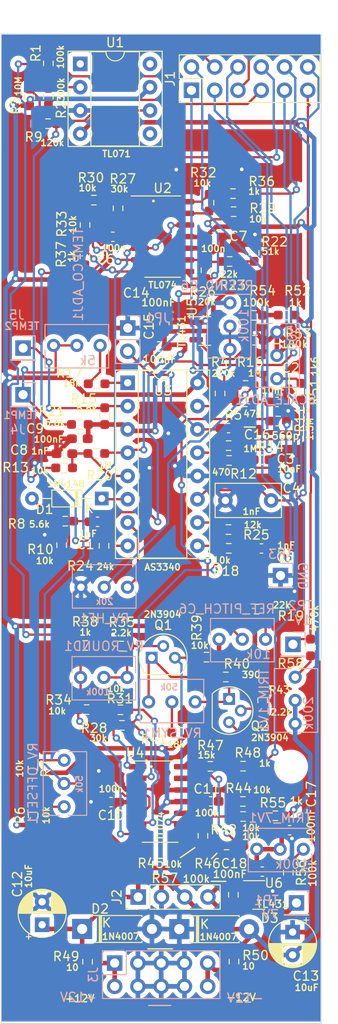
<source format=kicad_pcb>
(kicad_pcb (version 20240108) (generator "pcbnew") (generator_version "8.0")
  (layers (0 "F.Cu" signal) (31 "B.Cu" signal) (34 "B.Paste" user) (35 "F.Paste" user) (36 "B.SilkS" user "B.Silkscreen") (37 "F.SilkS" user "F.Silkscreen") (38 "B.Mask" user) (39 "F.Mask" user) (44 "Edge.Cuts" user))
  (net 0 "")
  (net 1 "/HARD_SYNC")
  (net 2 "Net-(C1-Pad2)")
  (net 3 "Net-(C2-Pad1)")
  (net 4 "GND")
  (net 5 "Net-(C3-Pad1)")
  (net 6 "/CAP")
  (net 7 "/SOFT_SYNC")
  (net 8 "Net-(C5-Pad2)")
  (net 9 "+12V")
  (net 10 "-12V")
  (net 11 "Net-(U3-VPWM)")
  (net 12 "Net-(JP1-B)")
  (net 13 "Net-(D1-A)")
  (net 14 "/VFCI")
  (net 15 "/LIN_FM")
  (net 16 "/TRIANGLE")
  (net 17 "/PWM")
  (net 18 "/SINE")
  (net 19 "/WIDTH")
  (net 20 "/SAW")
  (net 21 "/PULSE")
  (net 22 "Net-(D1-K)")
  (net 23 "Net-(J3-Pin_1)")
  (net 24 "Net-(J3-Pin_10)")
  (net 25 "Net-(J4-Pin_1)")
  (net 26 "Net-(J5-Pin_1)")
  (net 27 "Net-(Q1-E)")
  (net 28 "Net-(Q1-B)")
  (net 29 "Net-(R6-Pad2)")
  (net 30 "Net-(R7-Pad1)")
  (net 31 "Net-(R13-Pad1)")
  (net 32 "/VLFI")
  (net 33 "Net-(R16-Pad1)")
  (net 34 "/+7.000V")
  (net 35 "Net-(Q1-C)")
  (net 36 "Net-(Q2-E)")
  (net 37 "Net-(Q2-B)")
  (net 38 "Net-(Q2-C)")
  (net 39 "Net-(U1--)")
  (net 40 "Net-(U3-SCALE1)")
  (net 41 "Net-(U3-VSSI)")
  (net 42 "Net-(R26-Pad2)")
  (net 43 "Net-(R27-Pad2)")
  (net 44 "Net-(R28-Pad2)")
  (net 45 "Net-(U3-VP)")
  (net 46 "Net-(U2C--)")
  (net 47 "Net-(U2A--)")
  (net 48 "Net-(R32-Pad2)")
  (net 49 "Net-(R33-Pad2)")
  (net 50 "Net-(R34-Pad2)")
  (net 51 "Net-(R41-Pad1)")
  (net 52 "Net-(R45-Pad2)")
  (net 53 "Net-(U3-VSO)")
  (net 54 "Net-(R47-Pad2)")
  (net 55 "Net-(U3-VTO)")
  (net 56 "/OFFSET")
  (net 57 "Net-(U4A--)")
  (net 58 "Net-(U2D--)")
  (net 59 "Net-(U2B--)")
  (net 60 "Net-(U4B--)")
  (net 61 "Net-(U4D--)")
  (net 62 "-5V")
  (net 63 "Net-(R4-Pad1)")
  (net 64 "Net-(R11-Pad1)")
  (net 65 "Net-(U5-REF)")
  (net 66 "Net-(U6-REF)")
  (net 67 "Net-(U3-VHFT)")
  (net 68 "/+1.000V")
  (net 71 "Net-(R17-Pad1)")
  (net 73 "Net-(R19-Pad1)")
  (net 74 "Net-(R51-Pad2)")
  (net 75 "Net-(R56-Pad1)")
  (net 76 "Net-(R58-Pad1)")
  (footprint "Resistor_SMD:R_0603_1608Metric_Pad0.98x0.95mm_HandSolder" (layer "F.Cu") (at 109.29 80.42 180)
    (property "Reference" "R23")
    (property "Value" "22k")
  )
  (footprint "Resistor_SMD:R_0603_1608Metric_Pad0.98x0.95mm_HandSolder" (layer "F.Cu") (at 95.58 111.44 90)
    (property "Reference" "R24")
    (property "Value" "24k")
  )
  (footprint "Resistor_SMD:R_0603_1608Metric_Pad0.98x0.95mm_HandSolder" (layer "F.Cu") (at 112.24 118.35 180)
    (property "Reference" "R19")
    (property "Value" "22k")
  )
  (footprint "Resistor_SMD:R_0603_1608Metric_Pad0.98x0.95mm_HandSolder" (layer "F.Cu") (at 109.66 73.02)
    (property "Reference" "R36")
    (property "Value" "1k")
  )
  (footprint "Resistor_SMD:R_0603_1608Metric_Pad0.98x0.95mm_HandSolder" (layer "F.Cu") (at 112.9 128.3 90)
    (property "Reference" "R43")
    (property "Value" "2.2k")
  )
  (footprint "Library:MountingHole_3.2mm_M3_NoCourt" (layer "F.Cu") (at 116 135.53)
    (property "Reference" "H1" (hide yes))
    (property "Value" "MountingHole")
  )
  (footprint "Resistor_SMD:R_0603_1608Metric_Pad0.98x0.95mm_HandSolder" (layer "F.Cu") (at 91.22 102.94)
    (property "Reference" "R13")
    (property "Value" "10k")
  )
  (footprint "Resistor_SMD:R_0603_1608Metric_Pad0.98x0.95mm_HandSolder" (layer "F.Cu") (at 109.77 156.799775 90)
    (property "Reference" "R50")
    (property "Value" "10")
  )
  (footprint "Capacitor_SMD:C_0603_1608Metric_Pad1.08x0.95mm_HandSolder" (layer "F.Cu") (at 94.87 108.82 180)
    (property "Reference" "C1")
    (property "Value" "1nF")
  )
  (footprint "Resistor_SMD:R_0603_1608Metric_Pad0.98x0.95mm_HandSolder" (layer "F.Cu") (at 87.46 62.52 90)
    (property "Reference" "R3")
    (property "Value" "10M")
  )
  (footprint "Resistor_SMD:R_0603_1608Metric_Pad0.98x0.95mm_HandSolder" (layer "F.Cu") (at 103.89 131.8)
    (property "Reference" "R41")
    (property "Value" "18k")
  )
  (footprint "Resistor_SMD:R_0603_1608Metric_Pad0.98x0.95mm_HandSolder" (layer "F.Cu") (at 93.78 156.820225 -90)
    (property "Reference" "R49")
    (property "Value" "10")
  )
  (footprint "Package_SO:SO-14_3.9x8.65mm_P1.27mm" (layer "F.Cu") (at 101.71 139.35)
    (property "Reference" "U4")
    (property "Value" "TL074")
  )
  (footprint "Resistor_SMD:R_0603_1608Metric_Pad0.98x0.95mm_HandSolder" (layer "F.Cu") (at 89.46 65.39)
    (property "Reference" "R9")
    (property "Value" "120k")
  )
  (footprint "Resistor_SMD:R_0603_1608Metric_Pad0.98x0.95mm_HandSolder" (layer "F.Cu") (at 109.18 100.51)
    (property "Reference" "R14")
    (property "Value" "1M")
  )
  (footprint "Resistor_SMD:R_0603_1608Metric_Pad0.98x0.95mm_HandSolder" (layer "F.Cu") (at 115.51 86.27 180)
    (property "Reference" "R52")
    (property "Value" "1k")
  )
  (footprint "Resistor_SMD:R_0603_1608Metric_Pad0.98x0.95mm_HandSolder" (layer "F.Cu") (at 114.59 97.83)
    (property "Reference" "R11")
    (property "Value" "1.3M *")
  )
  (footprint "Resistor_SMD:R_0603_1608Metric_Pad0.98x0.95mm_HandSolder" (layer "F.Cu") (at 97.37 129.33)
    (property "Reference" "R31")
    (property "Value" "10k")
  )
  (footprint "Package_TO_SOT_SMD:SOT-23" (layer "F.Cu") (at 106.58 88.01)
    (property "Reference" "U5")
    (property "Value" "TL431DBZ")
  )
  (footprint "Package_TO_SOT_THT:TO-92" (layer "F.Cu") (at 109.24 128.15 -90)
    (property "Reference" "Q2")
    (property "Value" "Q_NPN_EBC" (hide yes))
  )
  (footprint "Resistor_SMD:R_0603_1608Metric_Pad0.98x0.95mm_HandSolder" (layer "F.Cu") (at 94.74 101.37)
    (property "Reference" "R20")
    (property "Value" "1M")
  )
  (footprint "Capacitor_SMD:C_0603_1608Metric_Pad1.08x0.95mm_HandSolder" (layer "F.Cu") (at 92.93 99.76 180)
    (property "Reference" "C9")
    (property "Value" "100nF")
  )
  (footprint "Resistor_SMD:R_0603_1608Metric_Pad0.98x0.95mm_HandSolder" (layer "F.Cu") (at 94.77 93.77)
    (property "Reference" "R17")
    (property "Value" "18k")
  )
  (footprint "Resistor_SMD:R_0603_1608Metric_Pad0.98x0.95mm_HandSolder" (layer "F.Cu") (at 97.11 74.62 90)
    (property "Reference" "R27")
    (property "Value" "30k")
  )
  (footprint "Resistor_SMD:R_0603_1608Metric_Pad0.98x0.95mm_HandSolder" (layer "F.Cu") (at 87.84 140.84 90)
    (property "Reference" "R6")
    (property "Value" "10k")
  )
  (footprint "Resistor_SMD:R_0603_1608Metric_Pad0.98x0.95mm_HandSolder" (layer "F.Cu") (at 111.96 86.3)
    (property "Reference" "R54")
    (property "Value" "100k")
  )
  (footprint "Resistor_SMD:R_0603_1608Metric_Pad0.98x0.95mm_HandSolder" (layer "F.Cu") (at 93.49 79.88 -90)
    (property "Reference" "R37")
    (property "Value" "1k")
  )
  (footprint "Resistor_SMD:R_0603_1608Metric_Pad0.98x0.95mm_HandSolder" (layer "F.Cu") (at 109.73 74.99)
    (property "Reference" "R29")
    (property "Value" "10k")
  )
  (footprint "Resistor_SMD:R_0603_1608Metric_Pad0.98x0.95mm_HandSolder" (layer "F.Cu") (at 95.65 97.3 90)
    (property "Reference" "R15")
    (property "Value" "5.6k")
  )
  (footprint "Resistor_SMD:R_0603_1608Metric_Pad0.98x0.95mm_HandSolder" (layer "F.Cu") (at 109.7 149.51 90)
    (property "Reference" "R57")
    (property "Value" "100k")
  )
  (footprint "Capacitor_SMD:C_0603_1608Metric_Pad1.08x0.95mm_HandSolder" (layer "F.Cu") (at 101.56 89.69)
    (property "Reference" "C15")
    (property "Value" "100nF")
  )
  (footprint "Resistor_SMD:R_0603_1608Metric_Pad0.98x0.95mm_HandSolder" (layer "F.Cu") (at 106.76 123.59 180)
    (property "Reference" "R39")
    (property "Value" "10k")
  )
  (footprint "Resistor_SMD:R_0603_1608Metric_Pad0.98x0.95mm_HandSolder" (layer "F.Cu") (at 111.04 93.95 180)
    (property "Reference" "R16")
    (property "Value" "1M")
  )
  (footprint "Diode_THT:D_DO-34_SOD68_P7.62mm_Horizontal" (layer "F.Cu") (at 95.33 106.28 180)
    (property "Reference" "D1")
    (property "Value" "1N4148")
  )
  (footprint "Resistor_SMD:R_0603_1608Metric_Pad0.98x0.95mm_HandSolder" (layer "F.Cu") (at 109.16 109.67)
    (property "Reference" "R25")
    (property "Value" "12k")
  )
  (footprint "Resistor_SMD:R_0603_1608Metric_Pad0.98x0.95mm_HandSolder" (layer "F.Cu") (at 97.53 131.03 180)
    (property "Reference" "R28")
    (property "Value" "30k")
  )
  (footprint "Capacitor_SMD:C_0603_1608Metric_Pad1.08x0.95mm_HandSolder" (layer "F.Cu") (at 102.18 87.19 -90)
    (property "Reference" "C14")
    (property "Value" "100nF")
  )
  (footprint "Capacitor_SMD:C_0603_1608Metric_Pad1.08x0.95mm_HandSolder" (layer "F.Cu") (at 112.78 102.05)
    (property "Reference" "C3")
    (property "Value" "10nF")
  )
  (footprint "Capacitor_THT:CP_Radial_D5.0mm_P2.50mm" (layer "F.Cu") (at 116.17 153.58 -90)
    (property "Reference" "C13")
    (property "Value" "10uF")
  )
  (footprint "Package_TO_SOT_THT:TO-92" (layer "F.Cu") (at 100.78 123.65)
    (property "Reference" "Q1")
    (property "Value" "Q_NPN_EBC" (hide yes))
  )
  (footprint "Resistor_SMD:R_0603_1608Metric_Pad0.98x0.95mm_HandSolder" (layer "F.Cu") (at 93.52 122.31)
    (property "Reference" "R38")
    (property "Value" "1k")
  )
  (footprint "Resistor_SMD:R_0603_1608Metric_Pad0.98x0.95mm_HandSolder" (layer "F.Cu") (at 110.95 95.73)
    (property "Reference" "R5")
    (property "Value" "470")
  )
  (footprint "Capacitor_SMD:C_0603_1608Metric_Pad1.08x0.95mm_HandSolder" (layer "F.Cu") (at 112.86 146.98)
    (property "Reference" "C18")
    (property "Value" "100nF")
  )
  (footprint "Package_TO_SOT_SMD:SOT-23" (layer "F.Cu") (at 112.47 149.53)
    (property "Reference" "U6")
    (property "Value" "TL431DBZ")
  )
  (footprint "Resistor_SMD:R_0603_1608Metric_Pad0.98x0.95mm_HandSolder" (layer "F.Cu") (at 90.95 111.37 90)
    (property "Reference" "R10")
    (property "Value" "10k")
  )
  (footprint "Resistor_SMD:R_0603_1608Metric_Pad0.98x0.95mm_HandSolder" (layer "F.Cu") (at 111.97 79.49 90)
    (property "Reference" "R22")
    (property "Value" "51k")
  )
  (footprint "Capacitor_SMD:C_0603_1608Metric_Pad1.08x0.95mm_HandSolder" (layer "F.Cu") (at 107.57 77.75 180)
    (property "Reference" "C7")
    (property "Value" "100n")
  )
  (footprint "Resistor_SMD:R_0603_1608Metric_Pad0.98x0.95mm_HandSolder" (layer "F.Cu") (at 108.96 144.07)
    (property "Reference" "R46")
    (property "Value" "10k")
  )
  (footprint "Resistor_SMD:R_0603_1608Metric_Pad0.98x0.95mm_HandSolder" (layer "F.Cu") (at 109.23 102.13)
    (property "Reference" "R12")
    (property "Value" "470")
  )
  (footprint "Diode_THT:D_DO-41_SOD81_P7.62mm_Horizontal" (layer "F.Cu") (at 103.800225 153.26)
    (property "Reference" "D3")
    (property "Value" "1N4007")
  )
  (footprint "Resistor_SMD:R_0603_1608Metric_Pad0.98x0.95mm_HandSolder" (layer "F.Cu") (at 106.38 143.08 -90)
    (property "Reference" "R45")
    (property "Value" "10k")
  )
  (footprint "Resistor_SMD:R_0603_1608Metric_Pad0.98x0.95mm_HandSolder" (layer "F.Cu") (at 106.71 81.38 -90)
    (property "Reference" "R26")
    (property "Value" "20k")
  )
  (footprint "Capacitor_SMD:C_0603_1608Metric_Pad1.08x0.95mm_HandSolder" (layer "F.Cu") (at 96.34 139.4 180)
    (property "Reference" "C10")
    (property "Value" "100n")
  )
  (footprint "Capacitor_SMD:C_0603_1608Metric_Pad1.08x0.95mm_HandSolder" (layer "F.Cu") (at 115.84 142.47)
    (property "Reference" "C17")
    (property "Value" "100nF")
  )
  (footprint "Resistor_SMD:R_0603_1608Metric_Pad0.98x0.95mm_HandSolder" (layer "F.Cu") (at 114.29 140.89)
    (property "Reference" "R55")
    (property "Value" "1k")
  )
  (footprint "Resistor_SMD:R_0603_1608Metric_Pad0.98x0.95mm_HandSolder" (layer "F.Cu") (at 110.76 135.48)
    (property "Reference" "R48")
    (property "Value" "1k")
  )
  (footprint "Resistor_SMD:R_0603_1608Metric_Pad0.98x0.95mm_HandSolder" (layer "F.Cu") (at 87.81 135.74 -90)
    (property "Reference" "R7")
    (property "Value" "10k")
  )
  (footprint "Package_SO:SO-14_3.9x8.65mm_P1.27mm" (layer "F.Cu") (at 101.98 77.71)
    (property "Reference" "U2")
    (property "Value" "TL074")
  )
  (footprint "Resistor_SMD:R_0603_1608Metric_Pad0.98x0.95mm_HandSolder" (layer "F.Cu") (at 91.34 108.75 180)
    (property "Reference" "R8")
    (property "Value" "5.6k")
  )
  (footprint "Capacitor_SMD:C_0603_1608Metric_Pad1.08x0.95mm_HandSolder" (layer "F.Cu") (at 112.77 111.73 180)
    (property "Reference" "C5")
    (property "Value" "1nF")
  )
  (footprint "Connector_PinHeader_2.54mm:PinHeader_1x04_P2.54mm_Vertical" (layer "F.Cu") (at 99.31 149.755 90)
    (property "Reference" "J2")
    (property "Value" "Conn_01x04")
  )
  (footprint "Capacitor_THT:CP_Radial_D5.0mm_P2.50mm" (layer "F.Cu") (at 88.82 152.78 90)
    (property "Reference" "C12")
    (property "Value" "10uF")
  )
  (footprint "Resistor_SMD:R_0603_1608Metric_Pad0.98x0.95mm_HandSolder" (layer "F.Cu") (at 112.06 89.01 180)
    (property "Reference" "R53")
    (property "Value" "100k")
  )
  (footprint "Resistor_SMD:R_0603_1608Metric_Pad0.98x0.95mm_HandSolder" (layer "F.Cu") (at 89.5 58.81 -90)
    (property "Reference" "R1")
    (property "Value" "100k")
  )
  (footprint "Resistor_SMD:R_0603_1608Metric_Pad0.98x0.95mm_HandSolder" (layer "F.Cu") (at 110.74 139.33)
    (property "Reference" "R44")
    (property "Value" "10k")
  )
  (footprint "Package_DIP:DIP-8_W7.62mm_Socket" (layer "F.Cu") (at 92.98 58.87)
    (property "Reference" "U1")
    (property "Value" "TL071")
  )
  (footprint "Resistor_SMD:R_0603_1608Metric_Pad0.98x0.95mm_HandSolder" (layer "F.Cu") (at 107.04 74.01 90)
    (property "Reference" "R32")
    (property "Value" "10k")
  )
  (footprint "Resistor_SMD:R_0603_1608Metric_Pad0.98x0.95mm_HandSolder" (layer "F.Cu") (at 94.47 73.73 180)
    (property "Reference" "R30")
    (property "Value" "10k")
  )
  (footprint "Capacitor_SMD:C_0603_1608Metric_Pad1.08x0.95mm_HandSolder" (layer "F.Cu") (at 96.54 77.73 180)
    (property "Reference" "C6")
    (property "Value" "100n")
  )
  (footprint "Resistor_SMD:R_0603_1608Metric_Pad0.98x0.95mm_HandSolder" (layer "F.Cu") (at 117.08 94.63 90)
    (property "Reference" "R51")
    (property "Value" "1k6")
  )
  (footprint "Resistor_SMD:R_0603_1608Metric_Pad0.98x0.95mm_HandSolder" (layer "F.Cu") (at 118.12 122.53 90)
    (property "Reference" "R58")
    (property "Value" "470k")
  )
  (footprint "Capacitor_SMD:C_0603_1608Metric_Pad1.08x0.95mm_HandSolder" (layer "F.Cu") (at 107.23 139.32 180)
    (property "Reference" "C11")
    (property "Value" "100n")
  )
  (footprint "Resistor_SMD:R_0603_1608Metric_Pad0.98x0.95mm_HandSolder" (layer "F.Cu") (at 110.77 140.97 180)
    (property "Reference" "R42")
    (property "Value" "10k")
  )
  (footprint "Resistor_SMD:R_0603_1608Metric_Pad0.98x0.95mm_HandSolder" (layer "F.Cu") (at 93.68 129.31 180)
    (property "Reference" "R34")
    (property "Value" "10k")
  )
  (footprint "Resistor_SMD:R_0603_1608Metric_Pad0.98x0.95mm_HandSolder" (layer "F.Cu") (at 108.25 94.82 -90)
    (property "Reference" "R4")
    (property "Value" "220k")
  )
  (footprint "Connector_PinHeader_2.54mm:PinHeader_2x06_P2.54mm_Vertical" (layer "F.Cu") (at 105.125 61.745 90)
    (property "Reference" "J1")
    (property "Value" "Conn_02x06_Odd_Even")
  )
  (footprint "Capacitor_SMD:C_0603_1608Metric_Pad1.08x0.95mm_HandSolder" (layer "F.Cu") (at 114.47 95.74)
    (property "Reference" "C2")
    (property "Value" "10nF")
  )
  (footprint "Resistor_SMD:R_0603_1608Metric_Pad0.98x0.95mm_HandSolder" (layer "F.Cu") (at 108.88 125.75)
    (property "Reference" "R40")
    (property "Value" "390")
  )
  (footprint "Diode_THT:D_DO-41_SOD81_P7.62mm_Horizontal" (layer "F.Cu") (at 93.190225 153.24)
    (property "Reference" "D2")
    (property "Value" "1N4007")
  )
  (footprint "Resistor_SMD:R_0603_1608Metric_Pad0.98x0.95mm_HandSolder" (layer "F.Cu") (at 97.46 122.38 180)
    (property "Reference" "R35")
    (property "Value" "2.2k")
  )
  (footprint "Resistor_SMD:R_0603_1608Metric_Pad0.98x0.95mm_HandSolder" (layer "F.Cu") (at 107.19 135.5)
    (property "Reference" "R47")
    (property "Value" "15k")
  )
  (footprint "Resistor_SMD:R_0603_1608Metric_Pad0.98x0.95mm_HandSolder" (layer "F.Cu") (at 115.7 147.11 -90)
    (property "Reference" "R56")
    (property "Value" "100k")
  )
  (footprint "Capacitor_SMD:C_0603_1608Metric_Pad1.08x0.95mm_HandSolder" (layer "F.Cu") (at 91.25 101.39)
    (property "Reference" "C8")
    (property "Value" "1nF")
  )
  (footprint "Package_DIP:DIP-16_W7.62mm_Socket" (layer "F.Cu") (at 98.16 93.66)
    (property "Reference" "U3")
    (property "Value" "AS3340")
  )
  (footprint "Resistor_SMD:R_0603_1608Metric_Pad0.98x0.95mm_HandSolder" (layer "F.Cu") (at 109.2 111.72 180)
    (property "Reference" "R18")
    (property "Value" "10k")
  )
  (footprint "Capacitor_SMD:C_0603_1608Metric_Pad1.08x0.95mm_HandSolder" (layer "F.Cu") (at 109.17 98.6)
    (property "Reference" "C16")
    (property "Value" "560p")
  )
  (footprint "Resistor_SMD:R_0603_1608Metric_Pad0.98x0.95mm_HandSolder" (layer "F.Cu") (at 93.51 76.44 -90)
    (property "Reference" "R33")
    (property "Value" "10k")
  )
  (footprint "Resistor_SMD:R_0603_1608Metric_Pad0.98x0.95mm_HandSolder" (layer "F.Cu") (at 89.5 62.44 90)
    (property "Reference" "R2")
    (property "Value" "300k")
  )
  (footprint "Resistor_SMD:R_0603_1608Metric_Pad0.98x0.95mm_HandSolder" (layer "F.Cu") (at 92.94 98.2 180)
    (property "Reference" "R21")
    (property "Value" "5.6k")
  )
  (footprint "Capacitor_THT:C_Rect_L7.0mm_W3.5mm_P5.00mm" (layer "F.Cu") (at 113.83 106.49 180)
    (property "Reference" "C4")
    (property "Value" "1nF")
  )
  (footprint "Connector_PinHeader_2.54mm:PinHeader_1x02_P2.54mm_Vertical" (layer "B.Cu") (at 98.17 87.68 180)
    (property "Reference" "JP1")
    (property "Value" "SET_REF_PITCH")
  )
  (footprint "Connector_PinHeader_2.54mm:PinHeader_1x01_P2.54mm_Vertical" (layer "B.Cu") (at 114.85 114.68 180)
    (property "Reference" "TP3")
    (property "Value" "GND")
  )
  (footprint "Potentiometer_THT:Potentiometer_Bourns_3266Y_Vertical" (layer "B.Cu") (at 112.26 144.54 180)
    (property "Reference" "TRIM_7V1")
    (property "Value" "100k")
  )
  (footprint "Potentiometer_THT:Potentiometer_Bourns_3266Y_Vertical" (layer "B.Cu") (at 109.33 84.94 90)
    (property "Reference" "REFIND_C6")
    (property "Value" "100k")
  )
  (footprint "Potentiometer_THT:Potentiometer_Bourns_3266Y_Vertical" (layer "B.Cu") (at 91.22 139.91 -90)
    (property "Reference" "RV_OFFSET1")
    (property "Value" "50k")
  )
  (footprint "Potentiometer_THT:Potentiometer_Bourns_3266Y_Vertical" (layer "B.Cu") (at 108.14 121.64 180)
    (property "Reference" "REF_PITCH_C6")
    (property "Value" "10k")
  )
  (footprint "Connector_PinHeader_2.54mm:PinHeader_1x01_P2.54mm_Vertical" (layer "B.Cu") (at 116.59 150.4 180)
    (property "Reference" "TP1")
    (property "Value" "7V")
  )
  (footprint "Potentiometer_THT:Potentiometer_Bourns_3266Y_Vertical" (layer "B.Cu") (at 116.45 130.85 -90)
    (property "Reference" "TRIM_1V1")
    (property "Value" "200k")
  )
  (footprint "Connector_PinHeader_2.54mm:PinHeader_2x05_P2.54mm_Vertical" (layer "B.Cu") (at 96.740225 156.96 -90)
    (property "Reference" "J3")
    (property "Value" "Conn_02x05_Odd_Even" (hide yes))
  )
  (footprint "Connector_PinHeader_2.54mm:PinHeader_1x01_P2.54mm_Vertical" (layer "B.Cu") (at 116.21 122.19 180)
    (property "Reference" "TP2")
    (property "Value" "1V")
  )
  (footprint "Potentiometer_THT:Potentiometer_Bourns_3266Y_Vertical" (layer "B.Cu") (at 114.45 93.21 -90)
    (property "Reference" "SCALE_ADJ1")
    (property "Value" "500")
  )
  (footprint "Potentiometer_THT:Potentiometer_Bourns_3266Y_Vertical" (layer "B.Cu") (at 105.53 128.47)
    (property "Reference" "RV_SYM1")
    (property "Value" "50k")
  )
  (footprint "Connector_PinHeader_2.54mm:PinHeader_1x01_P2.54mm_Vertical" (layer "B.Cu") (at 86.74 94.95 180)
    (property "Reference" "J4")
    (property "Value" "TEMP1")
  )
  (footprint "Connector_PinHeader_2.54mm:PinHeader_1x01_P2.54mm_Vertical" (layer "B.Cu") (at 86.74 89.87 180)
    (property "Reference" "J5")
    (property "Value" "TEMP2")
  )
  (footprint "Potentiometer_THT:Potentiometer_Bourns_3266Y_Vertical" (layer "B.Cu") (at 90.07 89.58 180)
    (property "Reference" "TEMPCO_ADJ1")
    (property "Value" "5k")
  )
  (footprint "Potentiometer_THT:Potentiometer_Bourns_3266Y_Vertical" (layer "B.Cu") (at 98.14 115.96)
    (property "Reference" "RV_HF1")
    (property "Value" "20k")
  )
  (footprint "Potentiometer_THT:Potentiometer_Bourns_3266Y_Vertical" (layer "B.Cu") (at 93.02 125.8 180)
    (property "Reference" "RV_ROUND1")
    (property "Value" "100k")
  )
  (gr_line (start 100.46 161.585) (end 102.86 161.585) (stroke (width 0.15)) (layer "B.SilkS"))
  (gr_line (start 100.362 155.41) (end 103.06 155.41) (stroke (width 0.15)) (layer "F.SilkS"))
  (gr_circle (center 100.97 73.82) (end 101.04 73.86) (stroke (width 0.15)) (fill none) (layer "F.SilkS"))
  (gr_line (start 113.85 89.38) (end 114.76 89.38) (stroke (width 0.15)) (layer "F.SilkS"))
  (gr_line (start 112.08 98.49) (end 110.9 98.48) (stroke (width 0.15)) (layer "F.SilkS"))
  (gr_line (start 107.32 145.57) (end 107.9 144.98) (stroke (width 0.15)) (layer "F.SilkS"))
  (gr_line (start 115.79 92.81) (end 115.78 94.82) (stroke (width 0.15)) (layer "F.SilkS"))
  (gr_line (start 103.92 145.45) (end 105.5 144.36) (stroke (width 0.15)) (layer "F.SilkS"))
  (gr_line (start 107.3 148.04) (end 108.87 148.05) (stroke (width 0.15)) (layer "F.SilkS"))
  (gr_circle (center 100.75 135.52) (end 100.82 135.56) (stroke (width 0.15)) (fill none) (layer "F.SilkS"))
  (gr_rect (start 84.355 55.62) (end 119.275 163.57) (stroke (width 0.1)) (fill none) (layer "Edge.Cuts"))
  (gr_text "-12V" (at 111 160.77 0) (layer "B.SilkS") (effects (font (size 1 1)) (justify mirror)))
  (gr_text "+12V" (at 92.775 160.69 0) (layer "B.SilkS") (effects (font (size 1 1)) (justify mirror)))
  (gr_text "2N3904" (at 101.97 118.92 0) (layer "F.SilkS") (effects (font (size 0.7 0.7))))
  (gr_text "TL431" (at 114.01 150.52 0) (layer "F.SilkS") (effects (font (size 0.8 0.8))))
  (gr_text "2N3904" (at 113.69 132.37 0) (layer "F.SilkS") (effects (font (size 0.7 0.7))))
  (gr_text "-12V" (at 110.552 160.695 0) (layer "F.SilkS") (effects (font (size 0.8 0.8))))
  (gr_text "TL431" (at 104.05 88.06 90) (layer "F.SilkS") (effects (font (size 0.8 0.8))))
  (gr_text "+12V" (at 92.926 160.825467 0) (layer "F.SilkS") (effects (font (size 0.8 0.8))))
  (segment (start 101.45 108.82) (end 100.405 107.775) (width 0.25) (layer "F.Cu") (net 1))
  (segment (start 105.35689 91.331416) (end 101.935952 91.331416) (width 0.25) (layer "F.Cu") (net 1))
  (segment (start 116.29 90.39) (end 114.965 91.715) (width 0.25) (layer "F.Cu") (net 1))
  (segment (start 114.965 91.715) (end 105.740474 91.715) (width 0.25) (layer "F.Cu") (net 1))
  (segment (start 105.740474 91.715) (end 105.35689 91.331416) (width 0.25) (layer "F.Cu") (net 1))
  (segment (start 100.405 107.775) (end 97.4475 107.775) (width 0.25) (layer "F.Cu") (net 1))
  (segment (start 97.4475 107.775) (end 96.3225 108.9) (width 0.25) (layer "F.Cu") (net 1))
  (via (at 101.45 108.82) (size 0.8) (drill 0.4) (layers "F.Cu" "B.Cu") (net 1))
  (via (at 101.935952 91.331416) (size 0.8) (drill 0.4) (layers "F.Cu" "B.Cu") (net 1))
  (via (at 116.29 90.39) (size 0.8) (drill 0.4) (layers "F.Cu" "B.Cu") (net 1))
  (segment (start 116.29 90.39) (end 115.994026 90.094026) (width 0.25) (layer "B.Cu") (net 1))
  (segment (start 100.4355 99.200098) (end 100.4355 92.831868) (width 0.25) (layer "B.Cu") (net 1))
  (segment (start 115.994026 90.094026) (end 115.994026 76.721758) (width 0.25) (layer "B.Cu") (net 1))
  (segment (start 115.941499 76.669231) (end 115.941499 72.965383) (width 0.25) (layer "B.Cu") (net 1))
  (segment (start 100.4355 92.831868) (end 101.935952 91.331416) (width 0.25) (layer "B.Cu") (net 1))
  (segment (start 101.45 100.214598) (end 100.4355 99.200098) (width 0.25) (layer "B.Cu") (net 1))
  (segment (start 115.994026 76.721758) (end 115.941499 76.669231) (width 0.25) (layer "B.Cu") (net 1))
  (segment (start 115.941499 72.965383) (end 115.285 72.308884) (width 0.25) (layer "B.Cu") (net 1))
  (segment (start 115.285 72.308884) (end 115.285 61.745) (width 0.25) (layer "B.Cu") (net 1))
  (segment (start 101.45 108.82) (end 101.45 100.214598) (width 0.25) (layer "B.Cu") (net 1))
  (segment (start 92.2525 108.75) (end 93.9375 108.75) (width 0.25) (layer "F.Cu") (net 2))
  (segment (start 113.5975 95.73) (end 113.6075 95.74) (width 0.25) (layer "F.Cu") (net 3))
  (segment (start 111.8625 95.73) (end 113.5975 95.73) (width 0.25) (layer "F.Cu") (net 3))
  (segment (start 92.0675 99.76) (end 92.0175 99.76) (width 0.5) (layer "F.Cu") (net 4))
  (segment (start 112.013353 88.20567) (end 112.16817 88.20567) (width 0.5) (layer "F.Cu") (net 4))
  (segment (start 110.6325 149.53) (end 109.7 148.5975) (width 0.5) (layer "F.Cu") (net 4))
  (segment (start 116.59 99.1) (end 116.59 97.245596) (width 0.5) (layer "F.Cu") (net 4))
  (segment (start 115.691611 96.099111) (end 115.691611 96.719567) (width 0.5) (layer "F.Cu") (net 4))
  (segment (start 116.59 97.245596) (end 116.063971 96.719567) (width 0.5) (layer "F.Cu") (net 4))
  (segment (start 114.030297 101.662203) (end 116.198785 101.662203) (width 0.5) (layer "F.Cu") (net 4))
  (segment (start 113.2675 116.41) (end 116.3755 116.41) (width 0.5) (layer "F.Cu") (net 4))
  (segment (start 112.9 127.3875) (end 112.05 126.5375) (width 0.5) (layer "F.Cu") (net 4))
  (segment (start 89.035588 101.39) (end 88.0255 102.400088) (width 0.5) (layer "F.Cu") (net 4))
  (segment (start 113.4075 149.53) (end 110.6325 149.53) (width 0.5) (layer "F.Cu") (net 4))
  (segment (start 95.6775 77.73) (end 95.724968 77.73) (width 0.5) (layer "F.Cu") (net 4))
  (segment (start 90.7225 110.23) (end 90.95 110.4575) (width 0.5) (layer "F.Cu") (net 4))
  (segment (start 112.9725 89.01) (end 113.57 89.01) (width 0.5) (layer "F.Cu") (net 4))
  (segment (start 104.2475 86.3275) (end 102.18 86.3275) (width 0.5) (layer "F.Cu") (net 4))
  (segment (start 95.947962 136) (end 95 136) (width 0.5) (layer "F.Cu") (net 4))
  (segment (start 113.4075 149.53) (end 113.4075 147.295) (width 0.5) (layer "F.Cu") (net 4))
  (segment (start 111.97 78.5775) (end 111.97 77.57) (width 0.5) (layer "F.Cu") (net 4))
  (segment (start 90.3875 101.39) (end 89.035588 101.39) (width 0.5) (layer "F.Cu") (net 4))
  (segment (start 112.05 126.5375) (end 112.05 119.0725) (width 0.5) (layer "F.Cu") (net 4))
  (segment (start 89.1 110.23) (end 90.7225 110.23) (width 0.5) (layer "F.Cu") (net 4))
  (segment (start 96.5475 122.38) (end 96.5475 121.1125) (width 0.5) (layer "F.Cu") (net 4))
  (segment (start 104.98 87.06) (end 104.2475 86.3275) (width 0.5) (layer "F.Cu") (net 4))
  (segment (start 105.6425 87.06) (end 104.98 87.06) (width 0.5) (layer "F.Cu") (net 4))
  (segment (start 116.063971 96.719567) (end 115.691611 96.719567) (width 0.5) (layer "F.Cu") (net 4))
  (segment (start 112.05 119.0725) (end 111.3275 118.35) (width 0.5) (layer "F.Cu") (net 4))
  (segment (start 116.1 143.0725) (end 116.7025 142.47) (width 0.5) (layer "F.Cu") (net 4))
  (segment (start 112.16817 88.20567) (end 112.9725 89.01) (width 0.5) (layer "F.Cu") (net 4))
  (segment (start 98.027962 138.08) (end 95.947962 136) (width 0.5) (layer "F.Cu") (net 4))
  (segment (start 106.52 87.06) (end 106.67 86.91) (width 0.5) (layer "F.Cu") (net 4))
  (segment (start 114.45 88.13) (end 114.45 90.67) (width 0.5) (layer "F.Cu") (net 4))
  (segment (start 111.3275 118.35) (end 113.2675 116.41) (width 0.5) (layer "F.Cu") (net 4))
  (segment (start 103.3155 99.8855) (end 103.3155 102.713004) (width 0.5) (layer "F.Cu") (net 4))
  (segment (start 113.57 149.53) (end 113.99 149.11) (width 0.5) (layer "F.Cu") (net 4))
  (segment (start 113.4075 149.53) (end 113.57 149.53) (width 0.5) (layer "F.Cu") (net 4))
  (segment (start 115.3325 95.74) (end 115.691611 96.099111) (width 0.5) (layer "F.Cu") (net 4))
  (segment (start 110.0325 98.6) (end 110.5325 99.1) (width 0.5) (layer "F.Cu") (net 4))
  (segment (start 110.5325 99.1) (end 116.59 99.1) (width 0.5) (layer "F.Cu") (net 4))
  (segment (start 95.4775 139.4) (end 94.19 139.4) (width 0.5) (layer "F.Cu") (net 4))
  (segment (start 113.6425 102.05) (end 114.030297 101.662203) (width 0.5) (layer "F.Cu") (net 4))
  (segment (start 105.6425 87.06) (end 106.52 87.06) (width 0.5) (layer "F.Cu") (net 4))
  (segment (start 116.1 143.37) (end 116.1 143.0725) (width 0.5) (layer "F.Cu") (net 4))
  (segment (start 99.235 138.08) (end 98.027962 138.08) (width 0.5) (layer "F.Cu") (net 4))
  (segment (start 102.6 99.17) (end 102.6 100.86) (width 0.5) (layer "F.Cu") (net 4))
  (segment (start 94.19 139.4) (end 94.16 139.37) (width 0.5) (layer "F.Cu") (net 4))
  (segment (start 96.5475 121.1125) (end 96.56 121.1) (width 0.5) (layer "F.Cu") (net 4))
  (segment (start 103.49 70.37) (end 103.46 70.4) (width 0.5) (layer "F.Cu") (net 4))
  (segment (start 102.6 100.86) (end 100.53 102.93) (width 0.5) (layer "F.Cu") (net 4))
  (segment (start 96.649968 76.805) (end 99.14 76.805) (width 0.5) (layer "F.Cu") (net 4))
  (segment (start 111.97 77.57) (end 112.06 77.48) (width 0.5) (layer "F.Cu") (net 4))
  (segment (start 110.62 70.37) (end 103.49 70.37) (width 0.5) (layer "F.Cu") (net 4))
  (segment (start 113.4075 147.295) (end 113.7225 146.98) (width 0.5) (layer "F.Cu") (net 4))
  (segment (start 102.6 99.17) (end 103.3155 99.8855) (width 0.5) (layer "F.Cu") (net 4))
  (segment (start 95.724968 77.73) (end 96.649968 76.805) (width 0.5) (layer "F.Cu") (net 4))
  (segment (start 92.0175 99.76) (end 90.3875 101.39) (width 0.5) (layer "F.Cu") (net 4))
  (segment (start 113.57 89.01) (end 114.45 88.13) (width 0.5) (layer "F.Cu") (net 4))
  (segment (start 99.14 76.805) (end 99.505 76.44) (width 0.5) (layer "F.Cu") (net 4))
  (via (at 96.56 121.1) (size 0.8) (drill 0.4) (layers "F.Cu" "B.Cu") (net 4))
  (via (at 89.1 110.23) (size 0.8) (drill 0.4) (layers "F.Cu" "B.Cu") (net 4))
  (via (at 88.0255 102.400088) (size 0.8) (drill 0.4) (layers "F.Cu" "B.Cu") (net 4))
  (via (at 95 136) (size 0.8) (drill 0.4) (layers "F.Cu" "B.Cu") (net 4))
  (via (at 113.99 149.11) (size 0.8) (drill 0.4) (layers "F.Cu" "B.Cu") (net 4))
  (via (at 115.691611 96.719567) (size 0.8) (drill 0.4) (layers "F.Cu" "B.Cu") (net 4))
  (via (at 116.3755 116.41) (size 0.8) (drill 0.4) (layers "F.Cu" "B.Cu") (net 4))
  (via (at 116.198785 101.662203) (size 0.8) (drill 0.4) (layers "F.Cu" "B.Cu") (net 4))
  (via (at 103.3155 102.713004) (size 0.8) (drill 0.4) (layers "F.Cu" "B.Cu") (net 4))
  (via (at 110.62 70.37) (size 0.8) (drill 0.4) (layers "F.Cu" "B.Cu") (net 4))
  (via (at 103.46 70.4) (size 0.8) (drill 0.4) (layers "F.Cu" "B.Cu") (net 4))
  (via (at 116.1 143.37) (size 0.8) (drill 0.4) (layers "F.Cu" "B.Cu") (net 4))
  (via (at 106.67 86.91) (size 0.8) (drill 0.4) (layers "F.Cu" "B.Cu") (net 4))
  (via (at 112.013353 88.20567) (size 0.8) (drill 0.4) (layers "F.Cu" "B.Cu") (net 4))
  (via (at 112.06 77.48) (size 0.8) (drill 0.4) (layers "F.Cu" "B.Cu") (net 4))
  (via (at 94.16 139.37) (size 0.8) (drill 0.4) (layers "F.Cu" "B.Cu") (net 4))
  (via (at 102.6 99.17) (size 0.8) (drill 0.4) (layers "F.Cu" "B.Cu") (net 4))
  (via (at 100.53 102.93) (size 0.8) (drill 0.4) (layers "F.Cu" "B.Cu") (net 4))
  (segment (start 116.405499 101.455489) (end 116.405499 97.737967) (width 0.5) (layer "B.Cu") (net 4))
  (segment (start 116.525499 106.721565) (end 116.03156 106.227626) (width 0.5) (layer "B.Cu") (net 4))
  (segment (start 108.41 88.65) (end 111.569023 88.65) (width 0.5) (layer "B.Cu") (net 4))
  (segment (start 112.06 77.48) (end 112.06 71.81) (width 0.5) (layer "B.Cu") (net 4))
  (segment (start 115.691611 97.024079) (end 115.691611 96.719567) (width 0.5) (layer "B.Cu") (net 4))
  (segment (start 105.78 103.82) (end 104.422496 103.82) (width 0.5) (layer "B.Cu") (net 4))
  (segment (start 112.06 71.81) (end 110.62 70.37) (width 0.5) (layer "B.Cu") (net 4))
  (segment (start 113.99 149.11) (end 116.1 147) (width 0.5) (layer "B.Cu") (net 4))
  (segment (start 94.16 139.37) (end 94.16 136.84) (width 0.5) (layer "B.Cu") (net 4))
  (segment (start 116.1 147) (end 116.1 143.37) (width 0.5) (layer "B.Cu") (net 4))
  (segment (start 106.67 86.91) (end 108.41 88.65) (width 0.5) (layer "B.Cu") (net 4))
  (segment (start 96.56 121.1) (end 93.06 117.6) (width 0.5) (layer "B.Cu") (net 4))
  (segment (start 93.06 117.6) (end 93.06 115.96) (width 0.5) (layer "B.Cu") (net 4))
  (segment (start 116.3755 116.41) (end 116.525499 116.260001) (width 0.5) (layer "B.Cu") (net 4))
  (segment (start 116.525499 101.988917) (end 116.198785 101.662203) (width 0.5) (layer "B.Cu") (net 4))
  (segment (start 104.422496 103.82) (end 103.3155 102.713004) (width 0.5) (layer "B.Cu") (net 4))
  (segment (start 116.198785 101.662203) (end 116.405499 101.455489) (width 0.5) (layer "B.Cu") (net 4))
  (segment (start 116.525499 104.622836) (end 116.525499 101.988917) (width 0.5) (layer "B.Cu") (net 4))
  (segment (start 116.525499 116.260001) (end 116.525499 106.721565) (width 0.5) (layer "B.Cu") (net 4))
  (segment (start 116.03156 105.116775) (end 116.525499 104.622836) (width 0.5) (layer "B.Cu") (net 4))
  (segment (start 89.1 110.23) (end 89.1 104.112468) (width 0.5) (layer "B.Cu") (net 4))
  (segment (start 116.405499 97.737967) (end 115.691611 97.024079) (width 0.5) (layer "B.Cu") (net 4))
  (segment (start 116.03156 106.227626) (end 116.03156 105.116775) (width 0.5) (layer "B.Cu") (net 4))
  (segment (start 89.1 104.112468) (end 88.0255 103.037968) (width 0.5) (layer "B.Cu") (net 4))
  (segment (start 111.569023 88.65) (end 112.013353 88.20567) (width 0.5) (layer "B.Cu") (net 4))
  (segment (start 94.16 136.84) (end 95 136) (width 0.5) (layer "B.Cu") (net 4))
  (segment (start 88.0255 103.037968) (end 88.0255 102.400088) (width 0.5) (layer "B.Cu") (net 4))
  (segment (start 111.8375 102.13) (end 111.9175 102.05) (width 0.25) (layer "F.Cu") (net 5))
  (segment (start 110.1425 102.13) (end 111.8375 102.13) (width 0.25) (layer "F.Cu") (net 5))
  (segment (start 116.495401 106.49) (end 117.330561 105.65484) (width 0.25) (layer "F.Cu") (net 6))
  (segment (start 113.83 106.49) (end 116.495401 106.49) (width 0.25) (layer "F.Cu") (net 6))
  (segment (start 105.78 106.36) (end 106.775 105.365) (width 0.25) (layer "F.Cu") (net 6))
  (segment (start 112.705 105.365) (end 113.83 106.49) (width 0.25) (layer "F.Cu") (net 6))
  (segment (start 106.775 105.365) (end 112.705 105.365) (width 0.25) (layer "F.Cu") (net 6))
  (via (at 117.330561 105.65484) (size 0.8) (drill 0.4) (layers "F.Cu" "B.Cu") (net 6))
  (segment (start 117.451159 64.896056) (end 117.443051 64.887948) (width 0.25) (layer "B.Cu") (net 6))
  (segment (start 116.894539 66.355247) (end 116.908132 66.355247) (width 0.25) (layer "B.Cu") (net 6))
  (segment (start 116.829109 66.334235) (end 116.840142 66.334235) (width 0.25) (layer "B.Cu") (net 6))
  (segment (start 116.815402 66.333194) (end 116.823722 66.333194) (width 0.25) (layer "B.Cu") (net 6))
  (segment (start 117.482821 64.900723) (end 117.476325 64.900723) (width 0.25) (layer "B.Cu") (net 6))
  (segment (start 116.391 65.908792) (end 116.815402 66.333194) (width 0.25) (layer "B.Cu") (net 6))
  (segment (start 117.432018 64.887948) (end 117.429305 64.885235) (width 0.25) (layer "B.Cu") (net 6))
  (segment (start 117.424161 64.884437) (end 117.416154 64.884437) (width 0.25) (layer "B.Cu") (net 6))
  (segment (start 116.871462 66.345056) (end 116.877958 66.345056) (width 0.25) (layer "B.Cu") (net 6))
  (segment (start 117.488345 64.906247) (end 117.482821 64.900723) (width 0.25) (layer "B.Cu") (net 6))
  (segment (start 116.842855 66.336948) (end 116.863354 66.336948) (width 0.25) (layer "B.Cu") (net 6))
  (segment (start 116.889015 66.349723) (end 116.894539 66.355247) (width 0.25) (layer "B.Cu") (net 6))
  (segment (start 117.512854 64.924366) (end 117.494735 64.906247) (width 0.25) (layer "B.Cu") (net 6))
  (segment (start 116.823722 66.333194) (end 116.823965 66.333437) (width 0.25) (layer "B.Cu") (net 6))
  (segment (start 117.476325 64.900723) (end 117.471658 64.896056) (width 0.25) (layer "B.Cu") (net 6))
  (segment (start 116.840142 66.334235) (end 116.842855 66.336948) (width 0.25) (layer "B.Cu") (net 6))
  (segment (start 116.921942 66.369057) (end 116.921942 66.694456) (width 0.25) (layer "B.Cu") (net 6))
  (segment (start 116.815402 64.884194) (end 116.391 65.308596) (width 0.25) (layer "B.Cu") (net 6))
  (segment (start 117.604947 64.977121) (end 117.598871 64.977121) (width 0.25) (layer "B.Cu") (net 6))
  (segment (start 117.429305 64.885235) (end 117.424959 64.885235) (width 0.25) (layer "B.Cu") (net 6))
  (segment (start 116.823965 66.333437) (end 116.828311 66.333437) (width 0.25) (layer "B.Cu") (net 6))
  (segment (start 116.882625 66.349723) (end 116.889015 66.349723) (width 0.25) (layer "B.Cu") (net 6))
  (segment (start 116.721 76.813042) (end 116.721 87.620291) (width 0.25) (layer "B.Cu") (net 6))
  (segment (start 117.471658 64.896056) (end 117.451159 64.896056) (width 0.25) (layer "B.Cu") (net 6))
  (segment (start 116.828311 66.333437) (end 116.829109 66.334235) (width 0.25) (layer "B.Cu") (net 6))
  (segment (start 116.877958 66.345056) (end 116.882625 66.349723) (width 0.25) (layer "B.Cu") (net 6))
  (segment (start 117.443051 64.887948) (end 117.432018 64.887948) (width 0.25) (layer "B.Cu") (net 6))
  (segment (start 117.549501 105.4359) (end 117.330561 105.65484) (width 0.25) (layer "B.Cu") (net 6))
  (segment (start 119 60.38) (end 119 63.690803) (width 0.25) (layer "B.Cu") (net 6))
  (segment (start 117.530249 64.924366) (end 117.512854 64.924366) (width 0.25) (layer "B.Cu") (net 6))
  (segment (start 116.908132 66.355247) (end 116.921942 66.369057) (width 0.25) (layer "B.Cu") (net 6))
  (segment (start 116.391 76.483042) (end 116.721 76.813042) (width 0.25) (layer "B.Cu") (net 6))
  (segment (start 116.921942 66.694456) (end 117.949501 67.722015) (width 0.25) (layer "B.Cu") (net 6))
  (segment (start 117.416154 64.884437) (end 117.415911 64.884194) (width 0.25) (layer "B.Cu") (net 6))
  (segment (start 117.949501 67.722015) (end 117.949501 74.324345) (width 0.25) (layer "B.Cu") (net 6))
  (segment (start 117.424959 64.885235) (end 117.424161 64.884437) (width 0.25) (layer "B.Cu") (net 6))
  (segment (start 117.415911 64.884194) (end 116.815402 64.884194) (width 0.25) (layer "B.Cu") (net 6))
  (segment (start 117.949501 74.324345) (end 116.391 75.882846) (width 0.25) (layer "B.Cu") (net 6))
  (segment (start 117.494735 64.906247) (end 117.488345 64.906247) (width 0.25) (layer "B.Cu") (net 6))
  (segment (start 116.863354 66.336948) (end 116.871462 66.345056) (width 0.25) (layer "B.Cu") (net 6))
  (segment (start 116.721 87.620291) (end 117.549501 88.448792) (width 0.25) (layer "B.Cu") (net 6))
  (segment (start 119 63.690803) (end 117.659314 65.031489) (width 0.25) (layer "B.Cu") (net 6))
  (segment (start 117.825 59.205) (end 119 60.38) (width 0.25) (layer "B.Cu") (net 6))
  (segment (start 117.558624 64.952741) (end 117.530249 64.924366) (width 0.25) (layer "B.Cu") (net 6))
  (segment (start 117.598871 64.977121) (end 117.574491 64.952741) (width 0.25) (layer "B.Cu") (net 6))
  (segment (start 117.574491 64.952741) (end 117.558624 64.952741) (width 0.25) (layer "B.Cu") (net 6))
  (segment (start 117.549501 88.448792) (end 117.549501 105.4359) (width 0.25) (layer "B.Cu") (net 6))
  (segment (start 117.659314 65.031489) (end 117.604947 64.977121) (width 0.25) (layer "B.Cu") (net 6))
  (segment (start 116.391 65.308596) (end 116.391 65.908792) (width 0.25) (layer "B.Cu") (net 6))
  (segment (start 116.391 75.882846) (end 116.391 76.483042) (width 0.25) (layer "B.Cu") (net 6))
  (segment (start 113.6325 111.73) (end 113.7025 111.8) (width 0.25) (layer "F.Cu") (net 7))
  (segment (start 113.7025 111.8) (end 114.650769 111.8) (width 0.25) (layer "F.Cu") (net 7))
  (segment (start 114.650769 111.8) (end 115.675999 112.82523) (width 0.25) (layer "F.Cu") (net 7))
  (via (at 115.675999 112.82523) (size 0.8) (drill 0.4) (layers "F.Cu" "B.Cu") (net 7))
  (segment (start 115.950998 112.342468) (end 115.675999 112.617467) (width 0.25) (layer "B.Cu") (net 7))
  (segment (start 106.3 60.38) (end 106.3 74.665402) (width 0.25) (layer "B.Cu") (net 7))
  (segment (start 112.864628 81.23003) (end 112.864628 103.87316) (width 0.25) (layer "B.Cu") (net 7))
  (segment (start 106.3 74.665402) (end 112.864628 81.23003) (width 0.25) (layer "B.Cu") (net 7))
  (segment (start 115.950998 106.95953) (end 115.950998 112.342468) (width 0.25) (layer "B.Cu") (net 7))
  (segment (start 115.675999 112.617467) (end 115.675999 112.82523) (width 0.25) (layer "B.Cu") (net 7))
  (segment (start 105.125 59.205) (end 106.3 60.38) (width 0.25) (layer "B.Cu") (net 7))
  (segment (start 112.864628 103.87316) (end 115.950998 106.95953) (width 0.25) (layer "B.Cu") (net 7))
  (segment (start 111.8975 111.72) (end 111.9075 111.73) (width 0.25) (layer "F.Cu") (net 8))
  (segment (start 110.1125 111.72) (end 111.8975 111.72) (width 0.25) (layer "F.Cu") (net 8))
  (segment (start 99.485 77.73) (end 99.505 77.71) (width 0.5) (layer "F.Cu") (net 9))
  (segment (start 87.84 141.7525) (end 94.85 141.7525) (width 0.5) (layer "F.Cu") (net 9))
  (segment (start 86.05 141.89) (end 87.7025 141.89) (width 0.5) (layer "F.Cu") (net 9))
  (segment (start 86.0195 82.3995) (end 94.232967 82.3995) (width 0.5) (layer "F.Cu") (net 9))
  (segment (start 99.31 146.59) (end 108.812272 146.59) (width 0.5) (layer "F.Cu") (net 9))
  (segment (start 94.91625 141.68625) (end 99.31 146.08) (width 0.5) (layer "F.Cu") (net 9))
  (segment (start 87.7025 141.89) (end 87.84 141.7525) (width 0.5) (layer "F.Cu") (net 9))
  (segment (start 99.185 139.4) (end 99.235 139.35) (width 0.5) (layer "F.Cu") (net 9))
  (segment (start 104.49 94.95) (end 93.577728 94.95) (width 0.5) (layer "F.Cu") (net 9))
  (segment (start 89.28 153.24) (end 88.82 152.78) (width 0.5) (layer "F.Cu") (net 9))
  (segment (start 108.14 121.64) (end 108.14 123.1225) (width 0.5) (layer "F.Cu") (net 9))
  (segment (start 108.14 123.1225) (end 107.6725 123.59) (width 0.5) (layer "F.Cu") (net 9))
  (segment (start 99.31 149.755) (end 96.675225 149.755) (width 0.5) (layer "F.Cu") (net 9))
  (segment (start 97.2025 139.4) (end 99.185 139.4) (width 0.5) (layer "F.Cu") (net 9))
  (segment (start 105.78 93.66) (end 104.49 94.95) (width 0.5) (layer "F.Cu") (net 9))
  (segment (start 87.52 63.3725) (end 87.46 63.4325) (width 0.5) (layer "F.Cu") (net 9))
  (segment (start 93.190225 153.24) (end 89.28 153.24) (width 0.5) (layer "F.Cu") (net 9))
  (segment (start 107.6725 123.59) (end 104.2625 120.18) (width 0.5) (layer "F.Cu") (net 9))
  (segment (start 93.190225 155.31795) (end 93.78 155.907725) (width 0.5) (layer "F.Cu") (net 9))
  (segment (start 94.91625 141.68625) (end 97.2025 139.4) (width 0.5) (layer "F.Cu") (net 9))
  (segment (start 87.52 62.75) (end 87.52 63.3725) (width 0.5) (layer "F.Cu") (net 9))
  (segment (start 111.09 144.312272) (end 108.812272 146.59) (width 0.5) (layer "F.Cu") (net 9))
  (segment (start 85.93 120.18) (end 85.895694 120.214306) (width 0.5) (layer "F.Cu") (net 9))
  (segment (start 96.254501 80.377966) (end 96.254501 78.877999) (width 0.5) (layer "F.Cu") (net 9))
  (segment (start 99.31 146.59) (end 99.31 149.755) (width 0.5) (layer "F.Cu") (net 9))
  (segment (start 91.738015 93.110287) (end 85.276803 93.110287) (width 0.5) (layer "F.Cu") (net 9))
  (segment (start 111.7625 140.89) (end 111.6825 140.97) (width 0.5) (layer "F.Cu") (net 9))
  (segment (start 85.7325 63.4325) (end 85.66 63.36) (width 0.5) (layer "F.Cu") (net 9))
  (segment (start 87.46 63.4325) (end 85.7325 63.4325) (width 0.5) (layer "F.Cu") (net 9))
  (segment (start 99.31 146.08) (end 99.31 146.59) (width 0.5) (layer "F.Cu") (net 9))
  (segment (start 104.2625 120.18) (end 85.93 120.18) (width 0.5) (layer "F.Cu") (net 9))
  (segment (start 93.577728 94.95) (end 91.738015 93.110287) (width 0.5) (layer "F.Cu") (net 9))
  (segment (start 94.85 141.7525) (end 94.91625 141.68625) (width 0.5) (layer "F.Cu") (net 9))
  (segment (start 96.675225 149.755) (end 93.190225 153.24) (width 0.5) (layer "F.Cu") (net 9))
  (segment (start 113.3775 140.89) (end 111.7625 140.89) (width 0.5) (layer "F.Cu") (net 9))
  (segment (start 94.232967 82.3995) (end 96.254501 80.377966) (width 0.5) (layer "F.Cu") (net 9))
  (segment (start 85.91 82.29) (end 86.0195 82.3995) (width 0.5) (layer "F.Cu") (net 9))
  (segment (start 93.190225 153.24) (end 93.190225 155.31795) (width 0.5) (layer "F.Cu") (net 9))
  (segment (start 85.895694 120.214306) (end 85.895694 120.220292) (width 0.5) (layer "F.Cu") (net 9))
  (segment (start 111.6825 140.97) (end 111.09 141.5625) (width 0.5) (layer "F.Cu") (net 9))
  (segment (start 97.4025 77.73) (end 99.485 77.73) (width 0.5) (layer "F.Cu") (net 9))
  (segment (start 111.09 141.5625) (end 111.09 144.312272) (width 0.5) (layer "F.Cu") (net 9))
  (segment (start 96.254501 78.877999) (end 97.4025 77.73) (width 0.5) (layer "F.Cu") (net 9))
  (via (at 85.895694 120.220292) (size 0.8) (drill 0.4) (layers "F.Cu" "B.Cu") (net 9))
  (via (at 85.91 82.29) (size 0.8) (drill 0.4) (layers "F.Cu" "B.Cu") (net 9))
  (via (at 87.52 62.75) (size 0.8) (drill 0.4) (layers "F.Cu" "B.Cu") (net 9))
  (via (at 85.66 63.36) (size 0.8) (drill 0.4) (layers "F.Cu" "B.Cu") (net 9))
  (via (at 85.276803 93.110287) (size 0.8) (drill 0.4) (layers "F.Cu" "B.Cu") (net 9))
  (via (at 86.05 141.89) (size 0.8) (drill 0.4) (layers "F.Cu" "B.Cu") (net 9))
  (segment (start 106.156145 92.654561) (end 106.156145 90.196145) (width 0.5) (layer "B.Cu") (net 9))
  (segment (start 87.5045 62.7345) (end 87.52 62.75) (width 0.5) (layer "B.Cu") (net 9))
  (segment (start 84.785499 119.110097) (end 84.785499 93.601591) (width 0.5) (layer "B.Cu") (net 9))
  (segment (start 107.38 84.94) (end 109.33 84.94) (width 0.5) (layer "B.Cu") (net 9))
  (segment (start 105.93 89.97) (end 105.93 88.16) (width 0.5) (layer "B.Cu") (net 9))
  (segment (start 106.156145 90.196145) (end 105.93 89.97) (width 0.5) (layer "B.Cu") (net 9))
  (segment (start 85.66 63.36) (end 85.94 63.64) (width 0.5) (layer "B.Cu") (net 9))
  (segment (start 105.7 86.62) (end 107.38 84.94) (width 0.5) (layer "B.Cu") (net 9))
  (segment (start 84.785499 93.601591) (end 85.276803 93.110287) (width 0.5) (layer "B.Cu") (net 9))
  (segment (start 105.78 93.66) (end 105.78 93.030706) (width 0.5) (layer "B.Cu") (net 9))
  (segment (start 106.02 87.46) (end 105.7 87.14) (width 0.5) (layer "B.Cu") (net 9))
  (segment (start 86.05 120.374598) (end 85.895694 120.220292) (width 0.5) (layer "B.Cu") (net 9))
  (segment (start 84.825499 83.374501) (end 84.825499 92.658983) (width 0.5) (layer "B.Cu") (net 9))
  (segment (start 85.895694 120.220292) (end 84.785499 119.110097) (width 0.5) (layer "B.Cu") (net 9))
  (segment (start 85.94 63.64) (end 85.94 82.26) (width 0.5) (layer "B.Cu") (net 9))
  (segment (start 85.94 82.26) (end 85.91 82.29) (width 0.5) (layer "B.Cu") (net 9))
  (segment (start 105.93 88.16) (end 106.02 88.07) (width 0.5) (layer "B.Cu") (net 9))
  (segment (start 105.7 87.14) (end 105.7 86.62) (width 0.5) (layer "B.Cu") (net 9))
  (segment (start 84.825499 92.658983) (end 85.276803 93.110287) (width 0.5) (layer "B.Cu") (net 9))
  (segment (start 100.6 61.41) (end 99.33 62.68) (width 0.5) (layer "B.Cu") (net 9))
  (segment (start 87.5045 62.68) (end 87.5045 62.7345) (width 0.5) (layer "B.Cu") (net 9))
  (segment (start 105.78 93.030706) (end 106.156145 92.654561) (width 0.5) (layer "B.Cu") (net 9))
  (segment (start 86.05 141.89) (end 86.05 120.374598) (width 0.5) (layer "B.Cu") (net 9))
  (segment (start 85.91 82.29) (end 84.825499 83.374501) (width 0.5) (layer "B.Cu") (net 9))
  (segment (start 106.02 88.07) (end 106.02 87.46) (width 0.5) (layer "B.Cu") (net 9))
  (segment (start 99.33 62.68) (end 87.5045 62.68) (width 0.5) (layer "B.Cu") (net 9))
  (segment (start 104.145 139.39) (end 104.185 139.35) (width 0.5) (layer "F.Cu") (net 10))
  (segment (start 106.7075 77.75) (end 107.827 76.6305) (width 0.5) (layer "F.Cu") (net 10))
  (segment (start 102.45 139.39) (end 104.145 139.39) (width 0.5) (layer "F.Cu") (net 10))
  (segment (start 111.420225 153.26) (end 111.420225 154.23705) (width 0.5) (layer "F.Cu") (net 10))
  (segment (start 94.166054 133.538576) (end 101.904001 133.538576) (width 0.5) (layer "F.Cu") (net 10))
  (segment (start 91.50413 136.2005) (end 94.166054 133.538576) (width 0.5) (layer "F.Cu") (net 10))
  (segment (start 116.462676 65.24) (end 116.83137 65.608694) (width 0.5) (layer "F.Cu") (net 10))
  (segment (start 94.23 65.24) (end 116.462676 65.24) (width 0.5) (layer "F.Cu") (net 10))
  (segment (start 104.495 77.75) (end 104.455 77.71) (width 0.5) (layer "F.Cu") (net 10))
  (segment (start 107.827 76.6305) (end 116.667944 76.6305) (width 0.5) (layer "F.Cu") (net 10))
  (segment (start 106.7075 77.75) (end 104.495 77.75) (width 0.5) (layer "F.Cu") (net 10))
  (segment (start 104.185 139.35) (end 106.3375 139.35) (width 0.5) (layer "F.Cu") (net 10))
  (segment (start 117.4455 87.293) (end 117.4455 87.320193) (width 0.5) (layer "F.Cu") (net 10))
  (segment (start 116.667944 76.6305) (end 117.1155 76.182944) (width 0.5) (layer "F.Cu") (net 10))
  (segment (start 111.420225 154.23705) (end 109.77 155.887275) (width 0.5) (layer "F.Cu") (net 10))
  (segment (start 88.262 136.2005) (end 91.50413 136.2005) (width 0.5) (layer "F.Cu") (net 10))
  (segment (start 111.420225 153.26) (end 107.895 153.26) (width 0.5) (layer "F.Cu") (net 10))
  (segment (start 107.895 153.26) (end 104.39 149.755) (width 0.5) (layer "F.Cu") (net 10))
  (segment (start 103.063924 133.538576) (end 101.904001 133.538576) (width 0.5) (layer "F.Cu") (net 10))
  (segment (start 92.98 66.49) (end 94.23 65.24) (width 0.5) (layer "F.Cu") (net 10))
  (segment (start 116.4225 86.27) (end 117.4455 87.293) (width 0.5) (layer "F.Cu") (net 10))
  (segment (start 104.8025 131.8) (end 103.063924 133.538576) (width 0.5) (layer "F.Cu") (net 10))
  (segment (start 87.81 136.6525) (end 88.262 136.2005) (width 0.5) (layer "F.Cu") (net 10))
  (segment (start 116.83137 65.608694) (end 117.1155 65.608694) (width 0.5) (layer "F.Cu") (net 10))
  (segment (start 106.3375 139.35) (end 106.3675 139.32) (width 0.5) (layer "F.Cu") (net 10))
  (via (at 117.1155 76.182944) (size 0.8) (drill 0.4) (layers "F.Cu" "B.Cu") (net 10))
  (via (at 117.1155 65.608694) (size 0.8) (drill 0.4) (layers "F.Cu" "B.Cu") (net 10))
  (via (at 102.45 139.39) (size 0.8) (drill 0.4) (layers "F.Cu" "B.Cu") (net 10))
  (via (at 117.4455 87.320193) (size 0.8) (drill 0.4) (layers "F.Cu" "B.Cu") (net 10))
  (via (at 101.904001 133.538576) (size 0.8) (drill 0.4) (layers "F.Cu" "B.Cu") (net 10))
  (segment (start 104.39 149.755) (end 101.7395 147.1045) (width 0.5) (layer "B.Cu") (net 10))
  (segment (start 101.7395 140.1005) (end 102.45 139.39) (width 0.5) (layer "B.Cu") (net 10))
  (segment (start 114.240225 156.08) (end 111.420225 153.26) (width 0.5) (layer "B.Cu") (net 10))
  (segment (start 117.688056 76.7555) (end 117.1155 76.182944) (width 0.5) (layer "B.Cu") (net 10))
  (segment (start 118.2245 76.7555) (end 118.524002 76.455998) (width 0.5) (layer "B.Cu") (net 10))
  (segment (start 102.45 134.084575) (end 101.904001 133.538576) (width 0.5) (layer "B.Cu") (net 10))
  (segment (start 118.2245 86.541193) (end 117.4455 87.320193) (width 0.5) (layer "B.Cu") (net 10))
  (segment (start 118.524002 76.455998) (end 118.524002 67.017196) (width 0.5) (layer "B.Cu") (net 10))
  (segment (start 118.2245 103.3655) (end 118.514002 103.075998) (width 0.5) (layer "B.Cu") (net 10))
  (segment (start 118.844 153.406) (end 118.844 103.985) (width 0.5) (layer "B.Cu") (net 10))
  (segment (start 118.514002 103.075998) (end 118.514002 88.388695) (width 0.5) (layer "B.Cu") (net 10))
  (segment (start 118.524002 67.017196) (end 117.1155 65.608694) (width 0.5) (layer "B.Cu") (net 10))
  (segment (start 118.2245 76.7555) (end 118.2245 86.541193) (width 0.5) (layer "B.Cu") (net 10))
  (segment (start 118.514002 88.388695) (end 117.4455 87.320193) (width 0.5) (layer "B.Cu") (net 10))
  (segment (start 118.2245 76.7555) (end 117.688056 76.7555) (width 0.5) (layer "B.Cu") (net 10))
  (segment (start 101.7395 147.1045) (end 101.7395 140.1005) (width 0.5) (layer "B.Cu") (net 10))
  (segment (start 102.45 139.39) (end 102.45 134.084575) (width 0.5) (layer "B.Cu") (net 10))
  (segment (start 116.17 156.08) (end 114.240225 156.08) (width 0.5) (layer "B.Cu") (net 10))
  (segment (start 118.844 103.985) (end 118.2245 103.3655) (width 0.5) (layer "B.Cu") (net 10))
  (segment (start 116.17 156.08) (end 118.844 153.406) (width 0.5) (layer "B.Cu") (net 10))
  (segment (start 96.2775 103.82) (end 93.8275 101.37) (width 0.25) (layer "F.Cu") (net 11))
  (segment (start 92.1125 101.39) (end 92.1125 102.92) (width 0.25) (layer "F.Cu") (net 11))
  (segment (start 98.16 103.82) (end 96.2775 103.82) (width 0.25) (layer "F.Cu") (net 11))
  (segment (start 92.1125 102.92) (end 92.1325 102.94) (width 0.25) (layer "F.Cu") (net 11))
  (segment (start 92.1325 101.37) (end 92.1125 101.39) (width 0.25) (layer "F.Cu") (net 11))
  (segment (start 93.8275 101.37) (end 92.1325 101.37) (width 0.25) (layer "F.Cu") (net 11))
  (segment (start 116.697967 99.804501) (end 112.002034 99.804501) (width 0.25) (layer "F.Cu") (net 12))
  (segment (start 117.08 95.5425) (end 117.164501 95.627001) (width 0.25) (layer "F.Cu") (net 12))
  (segment (start 102.88 92.79) (end 100.65 92.79) (width 0.25) (layer "F.Cu") (net 12))
  (segment (start 117.164501 99.337967) (end 116.697967 99.804501) (width 0.25) (layer "F.Cu") (net 12))
  (segment (start 109.382001 99.674501) (end 108.3075 98.6) (width 0.25) (layer "F.Cu") (net 12))
  (segment (start 108.3075 98.6) (end 108.1675 98.74) (width 0.25) (layer "F.Cu") (net 12))
  (segment (start 108.1675 98.74) (end 105.78 98.74) (width 0.25) (layer "F.Cu") (net 12))
  (segment (start 117.164501 95.627001) (end 117.164501 99.337967) (width 0.25) (layer "F.Cu") (net 12))
  (segment (start 112.002034 99.804501) (end 111.872034 99.674501) (width 0.25) (layer "F.Cu") (net 12))
  (segment (start 111.872034 99.674501) (end 109.382001 99.674501) (width 0.25) (layer "F.Cu") (net 12))
  (segment (start 100.65 92.79) (end 97.98 90.12) (width 0.25) (layer "F.Cu") (net 12))
  (via (at 102.88 92.79) (size 0.8) (drill 0.4) (layers "F.Cu" "B.Cu") (net 12))
  (segment (start 102.88 95.84) (end 102.88 92.79) (width 0.25) (layer "B.Cu") (net 12))
  (segment (start 105.78 98.74) (end 102.88 95.84) (width 0.25) (layer "B.Cu") (net 12))
  (segment (start 87.71 106.28) (end 90.26 108.83) (width 0.25) (layer "F.Cu") (net 13))
  (segment (start 91.75 109.5625) (end 91.75 111.4825) (width 0.25) (layer "F.Cu") (net 13))
  (segment (start 91.24 109.5625) (end 90.4275 108.75) (width 0.25) (layer "F.Cu") (net 13))
  (segment (start 91.75 111.4825) (end 90.95 112.2825) (width 0.25) (layer "F.Cu") (net 13))
  (segment (start 91.75 109.5625) (end 91.24 109.5625) (width 0.25) (layer "F.Cu") (net 13))
  (segment (start 106.905 93.985) (end 106.905 93.194009) (width 0.25) (layer "F.Cu") (net 14))
  (segment (start 110.1275 95.64) (end 110.0375 95.73) (width 0.25) (layer "F.Cu") (net 14))
  (segment (start 108.2525 95.73) (end 108.25 95.7325) (width 0.25) (layer "F.Cu") (net 14))
  (segment (start 107.74 94.72) (end 107.69 94.77) (width 0.25) (layer "F.Cu") (net 14))
  (segment (start 110.1275 93.95) (end 109.3575 94.72) (width 0.25) (layer "F.Cu") (net 14))
  (segment (start 110.1275 93.95) (end 110.1275 95.64) (width 0.25) (layer "F.Cu") (net 14))
  (segment (start 109.3575 94.72) (end 107.74 94.72) (width 0.25) (layer "F.Cu") (net 14))
  (segment (start 106.01347 92.302479) (end 105.306145 92.302479) (width 0.25) (layer "F.Cu") (net 14))
  (segment (start 107.69 94.77) (end 106.905 93.985) (width 0.25) (layer "F.Cu") (net 14))
  (segment (start 107.7825 96.2) (end 105.78 96.2) (width 0.25) (layer "F.Cu") (net 14))
  (segment (start 110.0375 95.73) (end 108.2525 95.73) (width 0.25) (layer "F.Cu") (net 14))
  (segment (start 106.905 93.194009) (end 106.01347 92.302479) (width 0.25) (layer "F.Cu") (net 14))
  (segment (start 108.25 95.7325) (end 107.7825 96.2) (width 0.25) (layer "F.Cu") (net 14))
  (via (at 105.306145 92.302479) (size 0.8) (drill 0.4) (layers "F.Cu" "B.Cu") (net 14))
  (segment (start 105.125 87.385) (end 105.125 61.745) (width 0.25) (layer "B.Cu") (net 14))
  (segment (start 105.334256 92.274368) (end 105.306145 92.302479) (width 0.25) (layer "B.Cu") (net 14))
  (segment (start 105.125 87.495) (end 105.125 87.385) (width 0.25) (layer "B.Cu") (net 14))
  (segment (start 105.334256 87.594256) (end 105.334256 92.274368) (width 0.25) (layer "B.Cu") (net 14))
  (segment (start 105.125 87.385) (end 105.334256 87.594256) (width 0.25) (layer "B.Cu") (net 14))
  (segment (start 113.573107 100.95075) (end 113.589128 100.934729) (width 0.25) (layer "F.Cu") (net 15))
  (segment (start 110.0925 100.51) (end 110.53325 100.95075) (width 0.25) (layer "F.Cu") (net 15))
  (segment (start 110.53325 100.95075) (end 113.573107 100.95075) (width 0.25) (layer "F.Cu") (net 15))
  (via (at 113.589128 100.934729) (size 0.8) (drill 0.4) (layers "F.Cu" "B.Cu") (net 15))
  (segment (start 107.665 63.955288) (end 113.405 69.695288) (width 0.25) (layer "B.Cu") (net 15))
  (segment (start 107.665 61.745) (end 107.665 63.955288) (width 0.25) (layer "B.Cu") (net 15))
  (segment (start 113.405 100.750601) (end 113.589128 100.934729) (width 0.25) (layer "B.Cu") (net 15))
  (segment (start 113.405 69.695288) (end 113.405 100.750601) (width 0.25) (layer "B.Cu") (net 15))
  (segment (start 94.4325 122.31) (end 93.2525 121.13) (width 0.25) (layer "F.Cu") (net 16))
  (segment (start 92.08 60.22) (end 101.99 60.22) (width 0.25) (layer "F.Cu") (net 16))
  (segment (start 93.2525 121.13) (end 87.06 121.13) (width 0.25) (layer "F.Cu") (net 16))
  (segment (start 101.99 60.22) (end 104.75 57.46) (width 0.25) (layer "F.Cu") (net 16))
  (segment (start 90.74 58.88) (end 92.08 60.22) (width 0.25) (layer "F.Cu") (net 16))
  (segment (start 104.75 57.46) (end 105.92 57.46) (width 0.25) (layer "F.Cu") (net 16))
  (segment (start 105.92 57.46) (end 107.665 59.205) (width 0.25) (layer "F.Cu") (net 16))
  (segment (start 86.23 58.88) (end 90.74 58.88) (width 0.25) (layer "F.Cu") (net 16))
  (via (at 86.23 58.88) (size 0.8) (drill 0.4) (layers "F.Cu" "B.Cu") (net 16))
  (via (at 87.06 121.13) (size 0.8) (drill 0.4) (layers "F.Cu" "B.Cu") (net 16))
  (segment (start 86.2 58.91) (end 86.23 58.88) (width 0.25) (layer "B.Cu") (net 16))
  (segment (start 85.4 91.33) (end 85.4 84.01) (width 0.25) (layer "B.Cu") (net 16))
  (segment (start 86.17 93.76) (end 86.17 92.1) (width 0.25) (layer "B.Cu") (net 16))
  (segment (start 86.98 82.43) (end 86.98 63.27) (width 0.25) (layer "B.Cu") (net 16))
  (segment (start 86.79 114.66) (end 85.36 113.23) (width 0.25) (layer "B.Cu") (net 16))
  (segment (start 86.2 62.49) (end 86.2 58.91) (width 0.25) (layer "B.Cu") (net 16))
  (segment (start 86.79 120.86) (end 86.79 114.66) (width 0.25) (layer "B.Cu") (net 16))
  (segment (start 85.565 93.775) (end 86.155 93.775) (width 0.25) (layer "B.Cu") (net 16))
  (segment (start 86.155 93.775) (end 86.17 93.76) (width 0.25) (layer "B.Cu") (net 16))
  (segment (start 87.06 121.13) (end 86.79 120.86) (width 0.25) (layer "B.Cu") (net 16))
  (segment (start 86.98 63.27) (end 86.2 62.49) (width 0.25) (layer "B.Cu") (net 16))
  (segment (start 86.17 92.1) (end 85.4 91.33) (width 0.25) (layer "B.Cu") (net 16))
  (segment (start 85.36 113.23) (end 85.36 93.98) (width 0.25) (layer "B.Cu") (net 16))
  (segment (start 85.36 93.98) (end 85.565 93.775) (width 0.25) (layer "B.Cu") (net 16))
  (segment (start 85.4 84.01) (end 86.98 82.43) (width 0.25) (layer "B.Cu") (net 16))
  (segment (start 90.7575 56.64) (end 89.5 57.8975) (width 0.25) (layer "F.Cu") (net 17))
  (segment (start 111.38 58.36) (end 111.38 60.57) (width 0.25) (layer "F.Cu") (net 17))
  (segment (start 109.66 56.64) (end 111.38 58.36) (width 0.25) (layer "F.Cu") (net 17))
  (segment (start 111.38 60.57) (end 110.205 61.745) (width 0.25) (layer "F.Cu") (net 17))
  (segment (start 109.66 56.64) (end 90.7575 56.64) (width 0.25) (layer "F.Cu") (net 17))
  (segment (start 112.38 135.48) (end 111.6725 135.48) (width 0.25) (layer "F.Cu") (net 18))
  (segment (start 114.24 133.97) (end 112.73 135.48) (width 0.25) (layer "F.Cu") (net 18))
  (segment (start 112.73 135.48) (end 112.38 135.48) (width 0.25) (layer "F.Cu") (net 18))
  (via (at 114.24 133.97) (size 0.8) (drill 0.4) (layers "F.Cu" "B.Cu") (net 18))
  (segment (start 116.678701 106.062299) (end 116.678701 106.027578) (width 0.25) (layer "B.Cu") (net 18))
  (segment (start 115.512071 76.868964) (end 113.8555 75.212393) (width 0.25) (layer "B.Cu") (net 18))
  (segment (start 114.24 132.522146) (end 114.265 132.497146) (width 0.25) (layer "B.Cu") (net 18))
  (segment (start 117.41 106.793598) (end 116.678701 106.062299) (width 0.25) (layer "B.Cu") (net 18))
  (segment (start 109.03 64.684598) (end 109.03 60.38) (width 0.25) (layer "B.Cu") (net 18))
  (segment (start 116.678701 106.027578) (end 116.606061 105.954938) (width 0.25) (layer "B.Cu") (net 18))
  (segment (start 115.512071 94.687929) (end 115.512071 76.868964) (width 0.25) (layer "B.Cu") (net 18))
  (segment (start 114.265 132.497146) (end 114.265 120.835) (width 0.25) (layer "B.Cu") (net 18))
  (segment (start 113.8555 75.212393) (end 113.8555 69.510098) (width 0.25) (layer "B.Cu") (net 18))
  (segment (start 114.24 133.97) (end 114.24 132.522146) (width 0.25) (layer "B.Cu") (net 18))
  (segment (start 113.8555 69.510098) (end 109.03 64.684598) (width 0.25) (layer "B.Cu") (net 18))
  (segment (start 116.606061 105.954938) (end 116.606061 105.354742) (width 0.25) (layer "B.Cu") (net 18))
  (segment (start 114.265 120.835) (end 117.41 117.69) (width 0.25) (layer "B.Cu") (net 18))
  (segment (start 109.03 60.38) (end 110.205 59.205) (width 0.25) (layer "B.Cu") (net 18))
  (segment (start 117.1 96.275858) (end 115.512071 94.687929) (width 0.25) (layer "B.Cu") (net 18))
  (segment (start 117.41 117.69) (end 117.41 106.793598) (width 0.25) (layer "B.Cu") (net 18))
  (segment (start 117.1 104.860803) (end 117.1 96.275858) (width 0.25) (layer "B.Cu") (net 18))
  (segment (start 116.606061 105.354742) (end 117.1 104.860803) (width 0.25) (layer "B.Cu") (net 18))
  (segment (start 111.25 63.24) (end 112.745 61.745) (width 0.25) (layer "F.Cu") (net 19))
  (segment (start 103 62.79) (end 90.0625 62.79) (width 0.25) (layer "F.Cu") (net 19))
  (segment (start 90.0625 62.79) (end 89.5 63.3525) (width 0.25) (layer "F.Cu") (net 19))
  (segment (start 103.45 63.24) (end 111.25 63.24) (width 0.25) (layer "F.Cu") (net 19))
  (segment (start 103 62.79) (end 103.45 63.24) (width 0.25) (layer "F.Cu") (net 19))
  (segment (start 114.42 69.05) (end 90.01 69.05) (width 0.25) (layer "F.Cu") (net 20))
  (segment (start 89.2 76.5025) (end 93.49 80.7925) (width 0.25) (layer "F.Cu") (net 20))
  (segment (start 90.01 69.05) (end 89.2 69.86) (width 0.25) (layer "F.Cu") (net 20))
  (segment (start 89.2 69.86) (end 89.2 76.5025) (width 0.25) (layer "F.Cu") (net 20))
  (via (at 114.42 69.05) (size 0.8) (drill 0.4) (layers "F.Cu" "B.Cu") (net 20))
  (segment (start 114.11 60.57) (end 114.11 65.91431) (width 0.25) (layer "B.Cu") (net 20))
  (segment (start 114.42 66.22431) (end 114.42 69.05) (width 0.25) (layer "B.Cu") (net 20))
  (segment (start 114.11 65.91431) (end 114.42 66.22431) (width 0.25) (layer "B.Cu") (net 20))
  (segment (start 112.745 59.205) (end 114.11 60.57) (width 0.25) (layer "B.Cu") (net 20))
  (segment (start 110.5725 73.02) (end 116.150286 73.02) (width 0.25) (layer "F.Cu") (net 21))
  (segment (start 116.150286 73.02) (end 116.5855 72.584786) (width 0.25) (layer "F.Cu") (net 21))
  (via (at 116.5855 72.584786) (size 0.8) (drill 0.4) (layers "F.Cu" "B.Cu") (net 21))
  (segment (start 116.4595 64.604406) (end 115.941499 65.122407) (width 0.25) (layer "B.Cu") (net 21))
  (segment (start 115.285 59.205) (end 116.5 60.42) (width 0.25) (layer "B.Cu") (net 21))
  (segment (start 116.4595 60.3795) (end 116.4595 64.604406) (width 0.25) (layer "B.Cu") (net 21))
  (segment (start 116.5855 71.79881) (end 116.5855 72.584786) (width 0.25) (layer "B.Cu") (net 21))
  (segment (start 115.941499 65.122407) (end 115.941499 71.411499) (width 0.25) (layer "B.Cu") (net 21))
  (segment (start 115.941499 71.411499) (end 116.45 71.92) (width 0.25) (layer "B.Cu") (net 21))
  (segment (start 115.285 59.205) (end 116.4595 60.3795) (width 0.25) (layer "B.Cu") (net 21))
  (segment (start 98.16 106.36) (end 95.41 106.36) (width 0.25) (layer "F.Cu") (net 22))
  (segment (start 95.41 106.36) (end 95.33 106.28) (width 0.25) (layer "F.Cu") (net 22))
  (segment (start 96.740225 159.5) (end 96.740225 156.96) (width 0.5) (layer "F.Cu") (net 23))
  (segment (start 96.740225 156.96) (end 94.552725 156.96) (width 0.5) (layer "F.Cu") (net 23))
  (segment (start 94.552725 156.96) (end 93.78 157.732725) (width 0.5) (layer "F.Cu") (net 23))
  (segment (start 106.900225 156.96) (end 106.900225 159.5) (width 0.5) (layer "F.Cu") (net 24))
  (segment (start 109.77 157.712275) (end 107.6525 157.712275) (width 0.5) (layer "F.Cu") (net 24))
  (segment (start 107.6525 157.712275) (end 106.900225 156.96) (width 0.5) (layer "F.Cu") (net 24))
  (segment (start 86.91 92.25) (end 87.19 92.53) (width 0.25) (layer "F.Cu") (net 25))
  (segment (start 87.19 92.53) (end 90.3 92.53) (width 0.25) (layer "F.Cu") (net 25))
  (segment (start 90.3 92.53) (end 90.3 89.81) (width 0.25) (layer "F.Cu") (net 25))
  (segment (start 89.52 98.2) (end 89.52 97.73) (width 0.25) (layer "F.Cu") (net 25))
  (segment (start 90.07 89.58) (end 92.61 89.58) (width 0.25) (layer "F.Cu") (net 25))
  (segment (start 92.0275 98.2) (end 89.52 98.2) (width 0.25) (layer "F.Cu") (net 25))
  (segment (start 89.52 97.73) (end 86.74 94.95) (width 0.25) (layer "F.Cu") (net 25))
  (segment (start 90.3 89.81) (end 90.07 89.58) (width 0.25) (layer "F.Cu") (net 25))
  (via (at 86.91 92.25) (size 0.8) (drill 0.4) (layers "F.Cu" "B.Cu") (net 25))
  (segment (start 86.74 95.66) (end 86.74 92.42) (width 0.25) (layer "B.Cu") (net 25))
  (segment (start 86.74 92.42) (end 86.91 92.25) (width 0.25) (layer "B.Cu") (net 25))
  (segment (start 95.65 96.3875) (end 95.8375 96.2) (width 0.25) (layer "F.Cu") (net 26))
  (segment (start 89.57 91.4) (end 88.04 89.87) (width 0.25) (layer "F.Cu") (net 26))
  (segment (start 88.04 89.87) (end 86.74 89.87) (width 0.25) (layer "F.Cu") (net 26))
  (segment (start 95.6175 96.42) (end 95.65 96.3875) (width 0.25) (layer "F.Cu") (net 26))
  (segment (start 95.8375 96.2) (end 98.16 96.2) (width 0.25) (layer "F.Cu") (net 26))
  (segment (start 89.58 96.42) (end 95.6175 96.42) (width 0.25) (layer "F.Cu") (net 26))
  (via (at 89.58 96.42) (size 0.8) (drill 0.4) (layers "F.Cu" "B.Cu") (net 26))
  (via (at 89.57 91.4) (size 0.8) (drill 0.4) (layers "F.Cu" "B.Cu") (net 26))
  (segment (start 89.57 91.4) (end 89.58 91.41) (width 0.25) (layer "B.Cu") (net 26))
  (segment (start 89.58 91.41) (end 89.58 96.42) (width 0.25) (layer "B.Cu") (net 26))
  (segment (start 100.45 123.98) (end 100.78 123.65) (width 0.25) (layer "F.Cu") (net 27))
  (segment (start 100.78 123.65) (end 102.88 125.75) (width 0.25) (layer "F.Cu") (net 27))
  (segment (start 102.88 125.75) (end 107.9675 125.75) (width 0.25) (layer "F.Cu") (net 27))
  (segment (start 100.45 128.47) (end 100.45 123.98) (width 0.25) (layer "F.Cu") (net 27))
  (segment (start 98.3725 122.38) (end 98.1 122.6525) (width 0.25) (layer "F.Cu") (net 28))
  (segment (start 95.56 125.8) (end 98.1 125.8) (width 0.25) (layer "F.Cu") (net 28))
  (segment (start 98.3725 122.38) (end 102.05 122.38) (width 0.25) (layer "F.Cu") (net 28))
  (segment (start 98.1 122.6525) (end 98.1 125.8) (width 0.25) (layer "F.Cu") (net 28))
  (segment (start 87.84 139.9275) (end 87.8575 139.91) (width 0.25) (layer "F.Cu") (net 29))
  (segment (start 87.8575 139.91) (end 91.22 139.91) (width 0.25) (layer "F.Cu") (net 29))
  (segment (start 91.22 134.83) (end 87.8125 134.83) (width 0.25) (layer "F.Cu") (net 30))
  (segment (start 87.8125 134.83) (end 87.81 134.8275) (width 0.25) (layer "F.Cu") (net 30))
  (segment (start 93.445991 65.075) (end 94.570991 63.95) (width 0.25) (layer "F.Cu") (net 31))
  (segment (start 90.3075 102.94) (end 88.876313 102.94) (width 0.25) (layer "F.Cu") (net 31))
  (segment (start 94.570991 63.95) (end 100.6 63.95) (width 0.25) (layer "F.Cu") (net 31))
  (segment (start 90.3725 65.39) (end 90.3725 66.4875) (width 0.25) (layer "F.Cu") (net 31))
  (segment (start 90.3725 65.39) (end 90.6875 65.075) (width 0.25) (layer "F.Cu") (net 31))
  (segment (start 88.876313 102.94) (end 87.6105 104.205813) (width 0.25) (layer "F.Cu") (net 31))
  (segment (start 90.3725 66.4875) (end 90.31 66.55) (width 0.25) (layer "F.Cu") (net 31))
  (segment (start 90.6875 65.075) (end 93.445991 65.075) (width 0.25) (layer "F.Cu") (net 31))
  (via (at 87.6105 104.205813) (size 0.8) (drill 0.4) (layers "F.Cu" "B.Cu") (net 31))
  (via (at 90.31 66.55) (size 0.8) (drill 0.4) (layers "F.Cu" "B.Cu") (net 31))
  (segment (start 87.301 103.896313) (end 87.6105 104.205813) (width 0.25) (layer "B.Cu") (net 31))
  (segment (start 87.915 68.945) (end 87.915 101.48599) (width 0.25) (layer "B.Cu") (net 31))
  (segment (start 90.31 66.55) (end 87.915 68.945) (width 0.25) (layer "B.Cu") (net 31))
  (segment (start 87.301 102.09999) (end 87.301 103.896313) (width 0.25) (layer "B.Cu") (net 31))
  (segment (start 87.915 101.48599) (end 87.301 102.09999) (width 0.25) (layer "B.Cu") (net 31))
  (segment (start 108.3175 102.13) (end 109.1175 102.93) (width 0.25) (layer "F.Cu") (net 32))
  (segment (start 105.78 101.28) (end 107.4675 101.28) (width 0.25) (layer "F.Cu") (net 32))
  (segment (start 114.813332 102.93) (end 115.675999 103.792667) (width 0.25) (layer "F.Cu") (net 32))
  (segment (start 115.5025 98.204228) (end 115.547902 98.24963) (width 0.25) (layer "F.Cu") (net 32))
  (segment (start 115.5025 97.83) (end 115.5025 98.204228) (width 0.25) (layer "F.Cu") (net 32))
  (segment (start 107.4975 101.28) (end 105.78 101.28) (width 0.25) (layer "F.Cu") (net 32))
  (segment (start 107.4675 101.28) (end 108.3175 102.13) (width 0.25) (layer "F.Cu") (net 32))
  (segment (start 109.1175 102.93) (end 114.813332 102.93) (width 0.25) (layer "F.Cu") (net 32))
  (segment (start 108.2675 100.51) (end 107.4975 101.28) (width 0.25) (layer "F.Cu") (net 32))
  (via (at 115.675999 103.792667) (size 0.8) (drill 0.4) (layers "F.Cu" "B.Cu") (net 32))
  (via (at 115.547902 98.24963) (size 0.8) (drill 0.4) (layers "F.Cu" "B.Cu") (net 32))
  (segment (start 115.474285 98.323247) (end 115.547902 98.24963) (width 0.25) (layer "B.Cu") (net 32))
  (segment (start 115.675999 103.792667) (end 115.474285 103.590953) (width 0.25) (layer "B.Cu") (net 32))
  (segment (start 115.474285 103.590953) (end 115.474285 98.323247) (width 0.25) (layer "B.Cu") (net 32))
  (segment (start 111.9525 93.9575) (end 110.96 94.95) (width 0.25) (layer "F.Cu") (net 33))
  (segment (start 111.9525 93.95) (end 111.9525 93.9575) (width 0.25) (layer "F.Cu") (net 33))
  (via (at 110.96 94.95) (size 0.8) (drill 0.4) (layers "F.Cu" "B.Cu") (net 33))
  (segment (start 106.050991 100.06) (end 104.943906 100.06) (width 0.25) (layer "B.Cu") (net 33))
  (segment (start 102.591 108.969) (end 95.6 115.96) (width 0.25) (layer "B.Cu") (net 33))
  (segment (start 110.96 94.95) (end 110.96 95.150991) (width 0.25) (layer "B.Cu") (net 33))
  (segment (start 102.591 102.412906) (end 102.591 108.969) (width 0.25) (layer "B.Cu") (net 33))
  (segment (start 110.96 95.150991) (end 106.050991 100.06) (width 0.25) (layer "B.Cu") (net 33))
  (segment (start 104.943906 100.06) (end 102.591 102.412906) (width 0.25) (layer "B.Cu") (net 33))
  (segment (start 112.26 146.7175) (end 111.9975 146.98) (width 0.5) (layer "F.Cu") (net 34))
  (segment (start 111.9975 146.98) (end 111.9975 148.115) (width 0.5) (layer "F.Cu") (net 34))
  (segment (start 108.535 151.36) (end 106.93 149.755) (width 0.5) (layer "F.Cu") (net 34))
  (segment (start 111.9975 146.98) (end 109.705 146.98) (width 0.5) (layer "F.Cu") (net 34))
  (segment (start 115.2025 140.89) (end 115.63 140.89) (width 0.5) (layer "F.Cu") (net 34))
  (segment (start 115.2025 140.89) (end 115.2025 142.245) (width 0.5) (layer "F.Cu") (net 34))
  (segment (start 115.63 140.89) (end 116.29 140.23) (width 0.5) (layer "F.Cu") (net 34))
  (segment (start 114.8 144.54) (end 112.26 144.54) (width 0.5) (layer "F.Cu") (net 34))
  (segment (start 116.59 150.4) (end 115.63 151.36) (width 0.5) (layer "F.Cu") (net 34))
  (segment (start 115.63 151.36) (end 108.535 151.36) (width 0.5) (layer "F.Cu") (net 34))
  (segment (start 114.9775 144.3625) (end 114.8 144.54) (width 0.5) (layer "F.Cu") (net 34))
  (segment (start 112.26 144.54) (end 112.26 146.7175) (width 0.5) (layer "F.Cu") (net 34))
  (segment (start 109.705 146.98) (end 106.93 149.755) (width 0.5) (layer "F.Cu") (net 34))
  (segment (start 115.2025 142.245) (end 114.9775 142.47) (width 0.5) (layer "F.Cu") (net 34))
  (segment (start 111.9975 148.115) (end 111.5325 148.58) (width 0.5) (layer "F.Cu") (net 34))
  (segment (start 114.9775 142.47) (end 114.9775 144.3625) (width 0.5) (layer "F.Cu") (net 34))
  (via (at 116.29 140.23) (size 0.8) (drill 0.4) (layers "F.Cu" "B.Cu") (net 34))
  (segment (start 118.100001 138.419999) (end 118.100001 134.180001) (width 0.5) (layer "B.Cu") (net 34))
  (segment (start 118.100001 134.180001) (end 116.45 132.53) (width 0.5) (layer "B.Cu") (net 34))
  (segment (start 116.45 130.85) (end 116.45 128.31) (width 0.5) (layer "B.Cu") (net 34))
  (segment (start 116.45 132.53) (end 116.45 130.85) (width 0.5) (layer "B.Cu") (net 34))
  (segment (start 116.29 140.23) (end 118.100001 138.419999) (width 0.5) (layer "B.Cu") (net 34))
  (segment (start 104.185 141.89) (end 103.885 141.59) (width 0.25) (layer "F.Cu") (net 35))
  (segment (start 106.1025 141.89) (end 106.38 142.1675) (width 0.25) (layer "F.Cu") (net 35))
  (segment (start 103.32 123.65) (end 105.7875 123.65) (width 0.25) (layer "F.Cu") (net 35))
  (segment (start 103.885 141.59) (end 102.589 141.59) (width 0.25) (layer "F.Cu") (net 35))
  (segment (start 104.185 141.89) (end 106.1025 141.89) (width 0.25) (layer "F.Cu") (net 35))
  (segment (start 105.7875 123.65) (end 105.8475 123.59) (width 0.25) (layer "F.Cu") (net 35))
  (via (at 102.589 141.59) (size 0.8) (drill 0.4) (layers "F.Cu" "B.Cu") (net 35))
  (segment (start 104.035 140.144) (end 102.589 141.59) (width 0.25) (layer "B.Cu") (net 35))
  (segment (start 103.32 123.65) (end 104.035 124.365) (width 0.25) (layer "B.Cu") (net 35))
  (segment (start 104.035 124.365) (end 104.035 140.144) (width 0.25) (layer "B.Cu") (net 35))
  (segment (start 108.92 128.47) (end 109.24 128.15) (width 0.25) (layer "F.Cu") (net 36))
  (segment (start 105.53 128.47) (end 108.92 128.47) (width 0.25) (layer "F.Cu") (net 36))
  (segment (start 109.24 126.3025) (end 109.7925 125.75) (width 0.25) (layer "F.Cu") (net 36))
  (segment (start 109.24 128.15) (end 109.24 126.3025) (width 0.25) (layer "F.Cu") (net 36))
  (segment (start 112.9 129.2125) (end 110.7175 129.2125) (width 0.25) (layer "F.Cu") (net 37))
  (segment (start 110.7175 129.2125) (end 110.51 129.42) (width 0.25) (layer "F.Cu") (net 37))
  (segment (start 109.8575 140.97) (end 104.535 140.97) (width 0.25) (layer "F.Cu") (net 38))
  (segment (start 110.66 132.11) (end 109.24 130.69) (width 0.25) (layer "F.Cu") (net 38))
  (segment (start 109.8575 140.97) (end 109.8575 139.36) (width 0.25) (layer "F.Cu") (net 38))
  (segment (start 109.8575 139.36) (end 109.8275 139.33) (width 0.25) (layer "F.Cu") (net 38))
  (segment (start 109.8275 139.33) (end 110.66 138.4975) (width 0.25) (layer "F.Cu") (net 38))
  (segment (start 104.535 140.97) (end 104.185 140.62) (width 0.25) (layer "F.Cu") (net 38))
  (segment (start 110.66 138.4975) (end 110.66 132.11) (width 0.25) (layer "F.Cu") (net 38))
  (segment (start 89.6175 61.41) (end 89.5 61.5275) (width 0.25) (layer "F.Cu") (net 39))
  (segment (start 88.5475 62.695) (end 88.5475 65.39) (width 0.25) (layer "F.Cu") (net 39))
  (segment (start 92.98 61.41) (end 89.6175 61.41) (width 0.25) (layer "F.Cu") (net 39))
  (segment (start 89.5 59.7225) (end 89.5 61.5275) (width 0.25) (layer "F.Cu") (net 39))
  (segment (start 87.54 61.5275) (end 87.46 61.6075) (width 0.25) (layer "F.Cu") (net 39))
  (segment (start 87.46 61.6075) (end 88.5475 62.695) (width 0.25) (layer "F.Cu") (net 39))
  (segment (start 89.5 61.5275) (end 87.54 61.5275) (width 0.25) (layer "F.Cu") (net 39))
  (segment (start 95.7925 93.66) (end 95.6825 93.77) (width 0.25) (layer "F.Cu") (net 40))
  (segment (start 98.16 93.66) (end 95.7925 93.66) (width 0.25) (layer "F.Cu") (net 40))
  (segment (start 108.0075 111.44) (end 105.78 111.44) (width 0.25) (layer "F.Cu") (net 41))
  (segment (start 108.2875 111.72) (end 108.0075 111.44) (width 0.25) (layer "F.Cu") (net 41))
  (segment (start 107.305402 82.2925) (end 107.653951 81.943951) (width 0.25) (layer "F.Cu") (net 42))
  (segment (start 107.37 75.82) (end 106.9 76.29) (width 0.25) (layer "F.Cu") (net 42))
  (segment (start 108.8175 75.3525) (end 108.35 75.82) (width 0.25) (layer "F.Cu") (net 42))
  (segment (start 105.2275 82.2925) (end 104.455 81.52) (width 0.25) (layer "F.Cu") (net 42))
  (segment (start 108.35 75.82) (end 107.37 75.82) (width 0.25) (layer "F.Cu") (net 42))
  (segment (start 108.8175 74.99) (end 108.8175 75.3525) (width 0.25) (layer "F.Cu") (net 42))
  (segment (start 106.71 82.2925) (end 107.305402 82.2925) (width 0.25) (layer "F.Cu") (net 42))
  (segment (start 106.71 82.2925) (end 105.2275 82.2925) (width 0.25) (layer "F.Cu") (net 42))
  (via (at 107.653951 81.943951) (size 0.8) (drill 0.4) (layers "F.Cu" "B.Cu") (net 42))
  (via (at 106.9 76.29) (size 0.8) (drill 0.4) (layers "F.Cu" "B.Cu") (net 42))
  (segment (start 108.02 77.41) (end 108.02 81.577902) (width 0.25) (layer "B.Cu") (net 42))
  (segment (start 108.02 81.577902) (end 107.653951 81.943951) (width 0.25) (layer "B.Cu") (net 42))
  (segment (start 106.9 76.29) (end 108.02 77.41) (width 0.25) (layer "B.Cu") (net 42))
  (segment (start 97.11 73.7075) (end 95.405 73.7075) (width 0.25) (layer "F.Cu") (net 43))
  (segment (start 99.505 73.9) (end 97.3025 73.9) (width 0.25) (layer "F.Cu") (net 43))
  (segment (start 97.3025 73.9) (end 97.11 73.7075) (width 0.25) (layer "F.Cu") (net 43))
  (segment (start 95.405 73.7075) (end 95.3825 73.73) (width 0.25) (layer "F.Cu") (net 43))
  (segment (start 99.065 135.37) (end 98.1045 135.37) (width 0.25) (layer "F.Cu") (net 44))
  (segment (start 96.6175 132.1075) (end 96.92 132.41) (width 0.25) (layer "F.Cu") (net 44))
  (segment (start 96.4575 129.33) (end 96.4575 130.87) (width 0.25) (layer "F.Cu") (net 44))
  (segment (start 96.4575 130.87) (end 96.6175 131.03) (width 0.25) (layer "F.Cu") (net 44))
  (segment (start 96.6175 131.03) (end 96.6175 132.1075) (width 0.25) (layer "F.Cu") (net 44))
  (segment (start 99.235 135.54) (end 99.065 135.37) (width 0.25) (layer "F.Cu") (net 44))
  (via (at 98.1045 135.37) (size 0.8) (drill 0.4) (layers "F.Cu" "B.Cu") (net 44))
  (via (at 96.92 132.41) (size 0.8) (drill 0.4) (layers "F.Cu" "B.Cu") (net 44))
  (segment (start 96.92 132.41) (end 98.1045 133.5945) (width 0.25) (layer "B.Cu") (net 44))
  (segment (start 98.1045 133.5945) (end 98.1045 135.37) (width 0.25) (layer "B.Cu") (net 44))
  (segment (start 98.16 101.28) (end 95.7425 101.28) (width 0.25) (layer "F.Cu") (net 45))
  (segment (start 110.2025 80.42) (end 106.6825 83.94) (width 0.25) (layer "F.Cu") (net 45))
  (segment (start 98.47 100.97) (end 98.16 101.28) (width 0.25) (layer "F.Cu") (net 45))
  (segment (start 99.92 100.97) (end 98.47 100.97) (width 0.25) (layer "F.Cu") (net 45))
  (segment (start 110.2025 80.42) (end 111.9525 80.42) (width 0.25) (layer "F.Cu") (net 45))
  (segment (start 111.9525 80.42) (end 111.97 80.4025) (width 0.25) (layer "F.Cu") (net 45))
  (segment (start 106.6825 83.94) (end 103.73 83.94) (width 0.25) (layer "F.Cu") (net 45))
  (segment (start 95.7425 101.28) (end 95.6525 101.37) (width 0.25) (layer "F.Cu") (net 45))
  (via (at 99.92 100.97) (size 0.8) (drill 0.4) (layers "F.Cu" "B.Cu") (net 45))
  (via (at 103.73 83.94) (size 0.8) (drill 0.4) (layers "F.Cu" "B.Cu") (net 45))
  (segment (start 103.73 83.94) (end 103.73 88.14) (width 0.25) (layer "B.Cu") (net 45))
  (segment (start 100.22 91.65) (end 99.92 91.95) (width 0.25) (layer "B.Cu") (net 45))
  (segment (start 103.73 88.14) (end 100.22 91.65) (width 0.25) (layer "B.Cu") (net 45))
  (segment (start 99.92 91.95) (end 99.92 100.97) (width 0.25) (layer "B.Cu") (net 45))
  (segment (start 106.71 80.4675) (end 108.33 80.4675) (width 0.25) (layer "F.Cu") (net 46))
  (segment (start 106.4925 80.25) (end 106.71 80.4675) (width 0.25) (layer "F.Cu") (net 46))
  (segment (start 104.455 80.25) (end 106.4925 80.25) (width 0.25) (layer "F.Cu") (net 46))
  (segment (start 108.33 80.4675) (end 108.3775 80.42) (width 0.25) (layer "F.Cu") (net 46))
  (segment (start 95.68 80.14) (end 94.15 81.67) (width 0.25) (layer "F.Cu") (net 47))
  (segment (start 95.248836 78.64) (end 95.68 78.64) (width 0.25) (layer "F.Cu") (net 47))
  (segment (start 95.7125 76.93) (end 95.144505 76.93) (width 0.25) (layer "F.Cu") (net 47))
  (segment (start 94.815 78.206164) (end 95.248836 78.64) (width 0.25) (layer "F.Cu") (net 47))
  (segment (start 94.15 81.67) (end 88.87 81.67) (width 0.25) (layer "F.Cu") (net 47))
  (segment (start 95.68 78.64) (end 95.68 80.14) (width 0.25) (layer "F.Cu") (net 47))
  (segment (start 99.505 75.17) (end 97.4725 75.17) (width 0.25) (layer "F.Cu") (net 47))
  (segment (start 97.4725 75.17) (end 97.11 75.5325) (width 0.25) (layer "F.Cu") (net 47))
  (segment (start 92.48 110.88) (end 95.2275 110.88) (width 0.25) (layer "F.Cu") (net 47))
  (segment (start 95.2275 110.88) (end 95.58 110.5275) (width 0.25) (layer "F.Cu") (net 47))
  (segment (start 94.815 77.259505) (end 94.815 78.206164) (width 0.25) (layer "F.Cu") (net 47))
  (segment (start 95.144505 76.93) (end 94.815 77.259505) (width 0.25) (layer "F.Cu") (net 47))
  (segment (start 97.11 75.5325) (end 95.7125 76.93) (width 0.25) (layer "F.Cu") (net 47))
  (segment (start 88.87 81.67) (end 88.75 81.55) (width 0.25) (layer "F.Cu") (net 47))
  (via (at 92.48 110.88) (size 0.8) (drill 0.4) (layers "F.Cu" "B.Cu") (net 47))
  (via (at 88.75 81.55) (size 0.8) (drill 0.4) (layers "F.Cu" "B.Cu") (net 47))
  (segment (start 88.75 102.95) (end 90.59 104.79) (width 0.25) (layer "B.Cu") (net 47))
  (segment (start 92.48 106.68) (end 92.48 110.88) (width 0.25) (layer "B.Cu") (net 47))
  (segment (start 90.59 104.79) (end 92.48 106.68) (width 0.25) (layer "B.Cu") (net 47))
  (segment (start 88.75 81.55) (end 88.75 102.95) (width 0.25) (layer "B.Cu") (net 47))
  (segment (start 104.455 73.9) (end 106.2375 73.9) (width 0.25) (layer "F.Cu") (net 48))
  (segment (start 107.04 73.0975) (end 108.67 73.0975) (width 0.25) (layer "F.Cu") (net 48))
  (segment (start 106.2375 73.9) (end 107.04 73.0975) (width 0.25) (layer "F.Cu") (net 48))
  (segment (start 108.67 73.0975) (end 108.7475 73.02) (width 0.25) (layer "F.Cu") (net 48))
  (segment (start 96.663549 81.52) (end 96.488696 81.345147) (width 0.25) (layer "F.Cu") (net 49))
  (segment (start 93.49 78.9675) (end 93.49 79.168148) (width 0.25) (layer "F.Cu") (net 49))
  (segment (start 93.49 79.168148) (end 94.463627 80.141775) (width 0.25) (layer "F.Cu") (net 49))
  (segment (start 93.51 78.9475) (end 93.49 78.9675) (width 0.25) (layer "F.Cu") (net 49))
  (segment (start 93.51 77.3525) (end 93.51 78.9475) (width 0.25) (layer "F.Cu") (net 49))
  (segment (start 99.505 81.52) (end 96.663549 81.52) (width 0.25) (layer "F.Cu") (net 49))
  (via (at 94.463627 80.141775) (size 0.8) (drill 0.4) (layers "F.Cu" "B.Cu") (net 49))
  (via (at 96.488696 81.345147) (size 0.8) (drill 0.4) (layers "F.Cu" "B.Cu") (net 49))
  (segment (start 94.463627 80.141775) (end 95.666999 81.345147) (width 0.25) (layer "B.Cu") (net 49))
  (segment (start 95.666999 81.345147) (end 96.488696 81.345147) (width 0.25) (layer "B.Cu") (net 49))
  (segment (start 92.7675 130.4175) (end 92.93 130.58) (width 0.25) (layer "F.Cu") (net 50))
  (segment (start 97.38 142.88) (end 98.955 142.88) (width 0.25) (layer "F.Cu") (net 50))
  (segment (start 92.7675 129.31) (end 92.7675 130.4175) (width 0.25) (layer "F.Cu") (net 50))
  (segment (start 93.02 122.7225) (end 93.02 125.8) (width 0.25) (layer "F.Cu") (net 50))
  (segment (start 93.02 129.0575) (end 92.7675 129.31) (width 0.25) (layer "F.Cu") (net 50))
  (segment (start 93.02 125.8) (end 93.02 129.0575) (width 0.25) (layer "F.Cu") (net 50))
  (segment (start 98.955 142.88) (end 99.235 143.16) (width 0.25) (layer "F.Cu") (net 50))
  (segment (start 92.6075 122.31) (end 93.02 122.7225) (width 0.25) (layer "F.Cu") (net 50))
  (via (at 92.93 130.58) (size 0.8) (drill 0.4) (layers "F.Cu" "B.Cu") (net 50))
  (via (at 97.38 142.88) (size 0.8) (drill 0.4) (layers "F.Cu" "B.Cu") (net 50))
  (segment (start 97.38 135.03) (end 97.38 142.88) (width 0.25) (layer "B.Cu") (net 50))
  (segment (start 92.93 130.58) (end 97.38 135.03) (width 0.25) (layer "B.Cu") (net 50))
  (segment (start 102.99 128.47) (end 102.99 131.7875) (width 0.25) (layer "F.Cu") (net 51))
  (segment (start 102.99 131.7875) (end 102.9775 131.8) (width 0.25) (layer "F.Cu") (net 51))
  (segment (start 105.5475 143.16) (end 106.38 143.9925) (width 0.25) (layer "F.Cu") (net 52))
  (segment (start 104.185 143.16) (end 105.5475 143.16) (width 0.25) (layer "F.Cu") (net 52))
  (segment (start 107.97 143.9925) (end 108.0475 144.07) (width 0.25) (layer "F.Cu") (net 52))
  (segment (start 106.38 143.9925) (end 107.97 143.9925) (width 0.25) (layer "F.Cu") (net 52))
  (segment (start 96.4925 111.44) (end 98.16 111.44) (width 0.25) (layer "F.Cu") (net 53))
  (segment (start 95.58 112.3525) (end 96.4925 111.44) (width 0.25) (layer "F.Cu") (net 53))
  (segment (start 108.1225 135.48) (end 108.1025 135.5) (width 0.25) (layer "F.Cu") (net 54))
  (segment (start 109.8475 135.48) (end 108.1225 135.48) (width 0.25) (layer "F.Cu") (net 54))
  (segment (start 105.025 134.7) (end 104.185 135.54) (width 0.25) (layer "F.Cu") (net 54))
  (segment (start 108.1025 135.5) (end 107.3025 134.7) (width 0.25) (layer "F.Cu") (net 54))
  (segment (start 107.3025 134.7) (end 105.025 134.7) (width 0.25) (layer "F.Cu") (net 54))
  (segment (start 105.78 108.9) (end 107.4775 108.9) (width 0.25) (layer "F.Cu") (net 55))
  (segment (start 107.4775 108.9) (end 108.2475 109.67) (width 0.25) (layer "F.Cu") (net 55))
  (segment (start 99.505 78.98) (end 101.09 78.98) (width 0.25) (layer "F.Cu") (net 56))
  (segment (start 100.535 139.855) (end 99.77 140.62) (width 0.25) (layer "F.Cu") (net 56))
  (segment (start 99.505 78.98) (end 98.61 78.98) (width 0.25) (layer "F.Cu") (net 56))
  (segment (start 98.61 78.98) (end 98.09 79.5) (width 0.25) (layer "F.Cu") (net 56))
  (segment (start 104.405 76.49) (end 104.455 76.44) (width 0.25) (layer "F.Cu") (net 56))
  (segment (start 97.860995 138.7255) (end 100.3455 138.7255) (width 0.25) (layer "F.Cu") (net 56))
  (segment (start 96.505495 137.37) (end 97.860995 138.7255) (width 0.25) (layer "F.Cu") (net 56))
  (segment (start 100.535 138.915) (end 100.535 139.855) (width 0.25) (layer "F.Cu") (net 56))
  (segment (start 101.09 78.98) (end 101.2 78.87) (width 0.25) (layer "F.Cu") (net 56))
  (segment (start 99.77 140.62) (end 99.235 140.62) (width 0.25) (layer "F.Cu") (net 56))
  (segment (start 91.22 137.37) (end 96.505495 137.37) (width 0.25) (layer "F.Cu") (net 56))
  (segment (start 100.3455 138.7255) (end 100.535 138.915) (width 0.25) (layer "F.Cu") (net 56))
  (segment (start 102.88 76.49) (end 104.405 76.49) (width 0.25) (layer "F.Cu") (net 56))
  (via (at 102.88 76.49) (size 0.8) (drill 0.4) (layers "F.Cu" "B.Cu") (net 56))
  (via (at 98.09 79.5) (size 0.8) (drill 0.4) (layers "F.Cu" "B.Cu") (net 56))
  (via (at 101.2 78.87) (size 0.8) (drill 0.4) (layers "F.Cu" "B.Cu") (net 56))
  (segment (start 89.11 116.74) (end 89.11 135.26) (width 0.25) (layer "B.Cu") (net 56))
  (segment (start 101.2 78.87) (end 102.88 77.19) (width 0.25) (layer "B.Cu") (net 56))
  (segment (start 96.783794 82.074647) (end 96.783794 102.488492) (width 0.25) (layer "B.Cu") (net 56))
  (segment (start 97.213196 81.645245) (end 96.783794 82.074647) (width 0.25) (layer "B.Cu") (net 56))
  (segment (start 98.09 79.5) (end 98.09 80.738441) (width 0.25) (layer "B.Cu") (net 56))
  (segment (start 93.32 105.952286) (end 93.32 112.53) (width 0.25) (layer "B.Cu") (net 56))
  (segment (start 102.88 77.19) (end 102.88 76.49) (width 0.25) (layer "B.Cu") (net 56))
  (segment (start 89.11 135.26) (end 91.22 137.37) (width 0.25) (layer "B.Cu") (net 56))
  (segment (start 98.09 80.738441) (end 97.213196 81.615245) (width 0.25) (layer "B.Cu") (net 56))
  (segment (start 96.783794 102.488492) (end 93.32 105.952286) (width 0.25) (layer "B.Cu") (net 56))
  (segment (start 97.213196 81.615245) (end 97.213196 81.645245) (width 0.25) (layer "B.Cu") (net 56))
  (segment (start 93.32 112.53) (end 89.11 116.74) (width 0.25) (layer "B.Cu") (net 56))
  (segment (start 100.73 136.62) (end 99.425 136.62) (width 0.25) (layer "F.Cu") (net 57))
  (segment (start 99.235 136.81) (end 99.611751 136.81) (width 0.25) (layer "F.Cu") (net 57))
  (segment (start 107.6145 113.675995) (end 107.6145 114.088131) (width 0.25) (layer "F.Cu") (net 57))
  (segment (start 110.0725 109.67) (end 109.1 110.6425) (width 0.25) (layer "F.Cu") (net 57))
  (segment (start 98.93 131.03) (end 99.71 131.81) (width 0.25) (layer "F.Cu") (net 57))
  (segment (start 99.3225 130.15) (end 98.4425 131.03) (width 0.25) (layer "F.Cu") (net 57))
  (segment (start 98.4425 131.03) (end 98.93 131.03) (width 0.25) (layer "F.Cu") (net 57))
  (segment (start 109.1 110.6425) (end 109.1 112.190495) (width 0.25) (layer "F.Cu") (net 57))
  (segment (start 109.1 112.190495) (end 107.6145 113.675995) (width 0.25) (layer "F.Cu") (net 57))
  (segment (start 99.38 130.15) (end 99.3225 130.15) (width 0.25) (layer "F.Cu") (net 57))
  (segment (start 99.425 136.62) (end 99.235 136.81) (width 0.25) (layer "F.Cu") (net 57))
  (via (at 100.73 136.62) (size 0.8) (drill 0.4) (layers "F.Cu" "B.Cu") (net 57))
  (via (at 99.71 131.81) (size 0.8) (drill 0.4) (layers "F.Cu" "B.Cu") (net 57))
  (via (at 107.6145 114.088131) (size 0.8) (drill 0.4) (layers "F.Cu" "B.Cu") (net 57))
  (via (at 99.38 130.15) (size 0.8) (drill 0.4) (layers "F.Cu" "B.Cu") (net 57))
  (segment (start 99.38 119.16) (end 104.451869 114.088131) (width 0.25) (layer "B.Cu") (net 57))
  (segment (start 99.38 130.15) (end 99.38 119.16) (width 0.25) (layer "B.Cu") (net 57))
  (segment (start 104.451869 114.088131) (end 107.6145 114.088131) (width 0.25) (layer "B.Cu") (net 57))
  (segment (start 100.73 132.83) (end 100.73 136.62) (width 0.25) (layer "B.Cu") (net 57))
  (segment (start 99.71 131.81) (end 100.73 132.83) (width 0.25) (layer "B.Cu") (net 57))
  (segment (start 107.7725 74.19) (end 109.8425 74.19) (width 0.25) (layer "F.Cu") (net 58))
  (segment (start 109.8425 74.19) (end 110.6425 74.99) (width 0.25) (layer "F.Cu") (net 58))
  (segment (start 107.04 74.9225) (end 107.7725 74.19) (width 0.25) (layer "F.Cu") (net 58))
  (segment (start 106.7925 75.17) (end 107.04 74.9225) (width 0.25) (layer "F.Cu") (net 58))
  (segment (start 104.455 75.17) (end 106.7925 75.17) (width 0.25) (layer "F.Cu") (net 58))
  (segment (start 94.365499 78.781261) (end 94.77686 79.192622) (width 0.25) (layer "F.Cu") (net 59))
  (segment (start 93.5575 75.48) (end 93.51 75.5275) (width 0.25) (layer "F.Cu") (net 59))
  (segment (start 93.5575 73.73) (end 93.5575 75.48) (width 0.25) (layer "F.Cu") (net 59))
  (segment (start 99.505 80.25) (end 97.272622 80.25) (width 0.25) (layer "F.Cu") (net 59))
  (segment (start 94.365499 76.382999) (end 94.365499 78.781261) (width 0.25) (layer "F.Cu") (net 59))
  (segment (start 93.51 75.5275) (end 94.365499 76.382999) (width 0.25) (layer "F.Cu") (net 59))
  (segment (start 97.272622 80.25) (end 97.102978 80.419644) (width 0.25) (layer "F.Cu") (net 59))
  (via (at 97.102978 80.419644) (size 0.8) (drill 0.4) (layers "F.Cu" "B.Cu") (net 59))
  (via (at 94.77686 79.192622) (size 0.8) (drill 0.4) (layers "F.Cu" "B.Cu") (net 59))
  (segment (start 94.77686 79.192622) (end 95.875956 79.192622) (width 0.25) (layer "B.Cu") (net 59))
  (segment (start 95.875956 79.192622) (end 97.102978 80.419644) (width 0.25) (layer "B.Cu") (net 59))
  (segment (start 100.89 141.63) (end 99.495 141.63) (width 0.25) (layer "F.Cu") (net 60))
  (segment (start 97.4825 128.53) (end 95.3725 128.53) (width 0.25) (layer "F.Cu") (net 60))
  (segment (start 98.2825 129.33) (end 97.4825 128.53) (width 0.25) (layer "F.Cu") (net 60))
  (segment (start 99.495 141.63) (end 99.235 141.89) (width 0.25) (layer "F.Cu") (net 60))
  (segment (start 98.2825 129.33) (end 99.85 129.33) (width 0.25) (layer "F.Cu") (net 60))
  (segment (start 99.85 129.33) (end 101.08 130.56) (width 0.25) (layer "F.Cu") (net 60))
  (segment (start 95.3725 128.53) (end 94.5925 129.31) (width 0.25) (layer "F.Cu") (net 60))
  (via (at 101.08 130.56) (size 0.8) (drill 0.4) (layers "F.Cu" "B.Cu") (net 60))
  (via (at 100.89 141.63) (size 0.8) (drill 0.4) (layers "F.Cu" "B.Cu") (net 60))
  (segment (start 101.08 130.56) (end 101.179501 130.659501) (width 0.25) (layer "B.Cu") (net 60))
  (segment (start 100.89 137.504598) (end 100.89 141.63) (width 0.25) (layer "B.Cu") (net 60))
  (segment (start 101.4545 136.319902) (end 101.4545 136.940098) (width 0.25) (layer "B.Cu") (net 60))
  (segment (start 101.179501 130.659501) (end 101.179501 136.044903) (width 0.25) (layer "B.Cu") (net 60))
  (segment (start 101.179501 136.044903) (end 101.4545 136.319902) (width 0.25) (layer "B.Cu") (net 60))
  (segment (start 101.4545 136.940098) (end 100.89 137.504598) (width 0.25) (layer "B.Cu") (net 60))
  (segment (start 104.185 136.81) (end 104.9675 136.81) (width 0.25) (layer "F.Cu") (net 61))
  (segment (start 109.8725 144.07) (end 109.8725 143.6425) (width 0.25) (layer "F.Cu") (net 61))
  (segment (start 109.8725 143.6425) (end 109.02 142.79) (width 0.25) (layer "F.Cu") (net 61))
  (segment (start 108.1 136.91) (end 107.6875 136.91) (width 0.25) (layer "F.Cu") (net 61))
  (segment (start 107.6875 136.91) (end 106.2775 135.5) (width 0.25) (layer "F.Cu") (net 61))
  (segment (start 104.9675 136.81) (end 106.2775 135.5) (width 0.25) (layer "F.Cu") (net 61))
  (via (at 109.02 142.79) (size 0.8) (drill 0.4) (layers "F.Cu" "B.Cu") (net 61))
  (via (at 108.1 136.91) (size 0.8) (drill 0.4) (layers "F.Cu" "B.Cu") (net 61))
  (segment (start 108.1 141.87) (end 108.1 136.91) (width 0.25) (layer "B.Cu") (net 61))
  (segment (start 109.02 142.79) (end 108.1 141.87) (width 0.25) (layer "B.Cu") (net 61))
  (segment (start 95.65 98.2125) (end 97.6325 98.2125) (width 0.5) (layer "F.Cu") (net 62))
  (segment (start 93.8525 99.7) (end 93.7925 99.76) (width 0.5) (layer "F.Cu") (net 62))
  (segment (start 107.5175 88.01) (end 104.5175 88.01) (width 0.5) (layer "F.Cu") (net 62))
  (segment (start 101.16 98.9) (end 98.32 98.9) (width 0.5) (layer "F.Cu") (net 62))
  (segment (start 104.43 90.04) (end 103.91 90.56) (width 0.5) (layer "F.Cu") (net 62))
  (segment (start 102.18 89.5925) (end 102.1025 89.67) (width 0.5) (layer "F.Cu") (net 62))
  (segment (start 114.5975 86.27) (end 112.9025 86.27) (width 0.5) (layer "F.Cu") (net 62))
  (segment (start 110.3425 83.77) (end 112.8725 86.3) (width 0.5) (layer "F.Cu") (net 62))
  (segment (start 108.84537 83.77) (end 110.3425 83.77) (width 0.5) (layer "F.Cu") (net 62))
  (segment (start 93.8525 98.2) (end 93.8525 99.7) (width 0.5) (layer "F.Cu") (net 62))
  (segment (start 95.6375 98.2) (end 95.65 98.2125) (width 0.5) (layer "F.Cu") (net 62))
  (segment (start 98.32 98.9) (end 98.16 98.74) (width 0.5) (layer "F.Cu") (net 62))
  (segment (start 102.2625 89.51) (end 102.1025 89.67) (width 0.5) (layer "F.Cu") (net 62))
  (segment (start 112.9025 86.27) (end 112.8725 86.3) (width 0.5) (layer "F.Cu") (net 62))
  (segment (start 104.43 89.51) (end 104.43 90.04) (width 0.5) (layer "F.Cu") (net 62))
  (segment (start 107.5195 85.09587) (end 108.84537 83.77) (width 0.5) (layer "F.Cu") (net 62))
  (segment (start 93.8525 98.2) (end 95.6375 98.2) (width 0.5) (layer "F.Cu") (net 62))
  (segment (start 107.5175 88.01) (end 107.5195 88.008) (width 0.5) (layer "F.Cu") (net 62))
  (segment (start 104.43 89.51) (end 102.2625 89.51) (width 0.5) (layer "F.Cu") (net 62))
  (segment (start 97.6325 98.2125) (end 98.16 98.74) (width 0.5) (layer "F.Cu") (net 62))
  (segment (start 102.18 88.0525) (end 102.18 89.5925) (width 0.5) (layer "F.Cu") (net 62))
  (segment (start 102.18 88.0525) (end 104.475 88.0525) (width 0.5) (layer "F.Cu") (net 62))
  (segment (start 104.5175 88.01) (end 104.475 88.0525) (width 0.5) (layer "F.Cu") (net 62))
  (segment (start 107.5195 88.008) (end 107.5195 85.09587) (width 0.5) (layer "F.Cu") (net 62))
  (via (at 101.16 98.9) (size 0.8) (drill 0.4) (layers "F.Cu" "B.Cu") (net 62))
  (via (at 103.91 90.56) (size 0.8) (drill 0.4) (layers "F.Cu" "B.Cu") (net 62))
  (segment (start 102.5295 91.9405) (end 102.528125 91.9405) (width 0.5) (layer "B.Cu") (net 62))
  (segment (start 102.528125 91.9405) (end 101.16 93.308625) (width 0.5) (layer "B.Cu") (net 62))
  (segment (start 101.16 93.308625) (end 101.16 98.9) (width 0.5) (layer "B.Cu") (net 62))
  (segment (start 103.91 90.56) (end 102.5295 91.9405) (width 0.5) (layer "B.Cu") (net 62))
  (segment (start 109.33 87.48) (end 109.33 90.02) (width 0.25) (layer "F.Cu") (net 63))
  (segment (start 108.7 92.52) (end 108.7 93.4575) (width 0.25) (layer "F.Cu") (net 63))
  (segment (start 108.7 93.4575) (end 108.25 93.9075) (width 0.25) (layer "F.Cu") (net 63))
  (via (at 108.7 92.52) (size 0.8) (drill 0.4) (layers "F.Cu" "B.Cu") (net 63))
  (segment (start 109.33 91.89) (end 108.7 92.52) (width 0.25) (layer "B.Cu") (net 63))
  (segment (start 109.33 90.02) (end 109.33 91.89) (width 0.25) (layer "B.Cu") (net 63))
  (segment (start 104.585 97.615) (end 104.26 97.94) (width 0.25) (layer "F.Cu") (net 64))
  (segment (start 104.04 98.16) (end 104.04 104.82) (width 0.25) (layer "F.Cu") (net 64))
  (segment (start 106.89 113.09) (end 106.89 117.85) (width 0.25) (layer "F.Cu") (net 64))
  (segment (start 106.89 117.85) (end 110.68 121.64) (width 0.25) (layer "F.Cu") (net 64))
  (segment (start 113.6775 97.83) (end 113.4625 97.615) (width 0.25) (layer "F.Cu") (net 64))
  (segment (start 113.4625 97.615) (end 104.585 97.615) (width 0.25) (layer "F.Cu") (net 64))
  (segment (start 104.26 97.94) (end 104.04 98.16) (width 0.25) (layer "F.Cu") (net 64))
  (via (at 106.89 113.09) (size 0.8) (drill 0.4) (layers "F.Cu" "B.Cu") (net 64))
  (via (at 104.04 104.82) (size 0.8) (drill 0.4) (layers "F.Cu" "B.Cu") (net 64))
  (segment (start 104.04 111.290991) (end 105.839009 113.09) (width 0.25) (layer "B.Cu") (net 64))
  (segment (start 105.839009 113.09) (end 106.89 113.09) (width 0.25) (layer "B.Cu") (net 64))
  (segment (start 104.04 104.82) (end 104.04 111.290991) (width 0.25) (layer "B.Cu") (net 64))
  (segment (start 111.1475 89.01) (end 111.1475 86.4) (width 0.25) (layer "F.Cu") (net 65))
  (segment (start 105.6425 88.96) (end 107.7475 91.065) (width 0.25) (layer "F.Cu") (net 65))
  (segment (start 107.7475 91.065) (end 109.762854 91.065) (width 0.25) (layer "F.Cu") (net 65))
  (segment (start 111.1475 86.4) (end 111.0475 86.3) (width 0.25) (layer "F.Cu") (net 65))
  (segment (start 111.1475 89.680354) (end 111.1475 89.01) (width 0.25) (layer "F.Cu") (net 65))
  (segment (start 109.762854 91.065) (end 111.1475 89.680354) (width 0.25) (layer "F.Cu") (net 65))
  (segment (start 113.866751 150.48) (end 115.7 148.646751) (width 0.25) (layer "F.Cu") (net 66))
  (segment (start 111.475 150.4225) (end 111.5325 150.48) (width 0.25) (layer "F.Cu") (net 66))
  (segment (start 109.7 150.4225) (end 111.475 150.4225) (width 0.25) (layer "F.Cu") (net 66))
  (segment (start 111.5325 150.48) (end 113.866751 150.48) (width 0.25) (layer "F.Cu") (net 66))
  (segment (start 115.7 148.646751) (end 115.7 148.0225) (width 0.25) (layer "F.Cu") (net 66))
  (segment (start 99.285 114.815) (end 98.14 115.96) (width 0.25) (layer "F.Cu") (net 67))
  (segment (start 98.16 108.9) (end 99.285 110.025) (width 0.25) (layer "F.Cu") (net 67))
  (segment (start 99.285 110.025) (end 99.285 114.815) (width 0.25) (layer "F.Cu") (net 67))
  (segment (start 117.84 82.28) (end 118.17 82.61) (width 0.25) (layer "F.Cu") (net 68))
  (segment (start 116.4925 121.6175) (end 115.95 122.16) (width 0.25) (layer "F.Cu") (net 68))
  (segment (start 118.02 63.36) (end 117.84 63.54) (width 0.25) (layer "F.Cu") (net 68))
  (segment (start 118.17 82.61) (end 118.17 105.65) (width 0.25) (layer "F.Cu") (net 68))
  (segment (start 117.825 63.165) (end 118.02 63.36) (width 0.25) (layer "F.Cu") (net 68))
  (segment (start 118.12 121.6175) (end 118.12 105.7) (width 0.25) (layer "F.Cu") (net 68))
  (segment (start 117.84 63.54) (end 117.84 82.28) (width 0.25) (layer "F.Cu") (net 68))
  (segment (start 117.825 61.745) (end 117.825 63.165) (width 0.25) (layer "F.Cu") (net 68))
  (segment (start 118.12 121.6175) (end 116.4925 121.6175) (width 0.25) (layer "F.Cu") (net 68))
  (segment (start 118.12 105.7) (end 118.17 105.65) (width 0.25) (layer "F.Cu") (net 68))
  (segment (start 95.15 92.4775) (end 93.8575 93.77) (width 0.25) (layer "F.Cu") (net 71))
  (segment (start 95.15 89.58) (end 95.15 92.4775) (width 0.25) (layer "F.Cu") (net 71))
  (segment (start 113.22 118.4175) (end 113.22 121.64) (width 0.25) (layer "F.Cu") (net 73))
  (segment (start 113.1525 118.35) (end 113.22 118.4175) (width 0.25) (layer "F.Cu") (net 73))
  (segment (start 116.5725 93.21) (end 114.45 93.21) (width 0.25) (layer "F.Cu") (net 74))
  (segment (start 117.08 93.7175) (end 116.5725 93.21) (width 0.25) (layer "F.Cu") (net 74))
  (segment (start 115.7 146.1975) (end 115.7 146.18) (width 0.25) (layer "F.Cu") (net 75))
  (segment (start 115.7 146.18) (end 117.34 144.54) (width 0.25) (layer "F.Cu") (net 75))
  (segment (start 118.12 123.4425) (end 118.12 124.1) (width 0.25) (layer "F.Cu") (net 76))
  (segment (start 118.12 124.1) (end 116.45 125.77) (width 0.25) (layer "F.Cu") (net 76))
  (zone (net 4) (net_name "GND") (layers "F&B.Cu") (connect_pads (clearance 0.508)) (min_thickness 0.254) (fill yes (thermal_gap 0.508) (thermal_bridge_width 0.508))
    (polygon (pts (xy 119.76 163.33) (xy 84.32 163.33) (xy 84.22 55.65) (xy 119.76 55.6)))
  )
)
</source>
